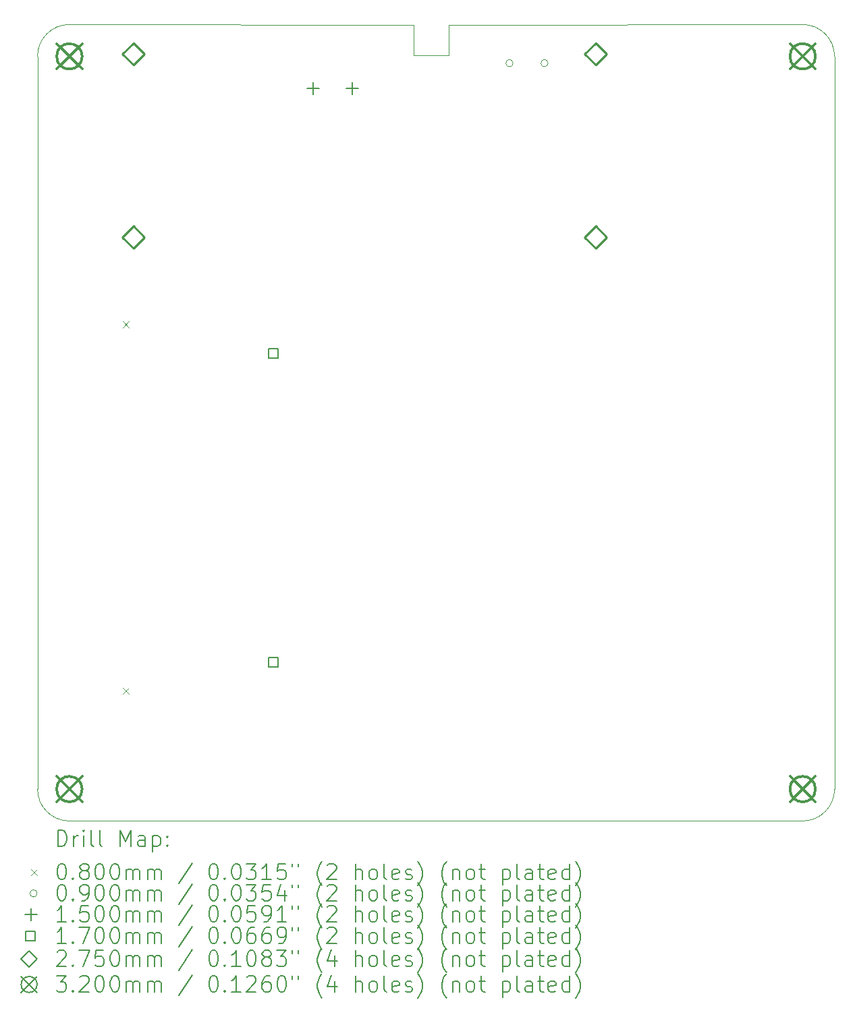
<source format=gbr>
%TF.GenerationSoftware,KiCad,Pcbnew,7.0.5*%
%TF.CreationDate,2023-12-17T09:41:52+13:00*%
%TF.ProjectId,CompactFlash,436f6d70-6163-4744-966c-6173682e6b69,2*%
%TF.SameCoordinates,Original*%
%TF.FileFunction,Drillmap*%
%TF.FilePolarity,Positive*%
%FSLAX45Y45*%
G04 Gerber Fmt 4.5, Leading zero omitted, Abs format (unit mm)*
G04 Created by KiCad (PCBNEW 7.0.5) date 2023-12-17 09:41:52*
%MOMM*%
%LPD*%
G01*
G04 APERTURE LIST*
%ADD10C,0.100000*%
%ADD11C,0.200000*%
%ADD12C,0.080000*%
%ADD13C,0.090000*%
%ADD14C,0.150000*%
%ADD15C,0.170000*%
%ADD16C,0.275000*%
%ADD17C,0.320000*%
G04 APERTURE END LIST*
D10*
X15276825Y-4712155D02*
X15276825Y-4331155D01*
X19715228Y-14328298D02*
G75*
G03*
X20115228Y-13928298I-8J400008D01*
G01*
X15276825Y-4331155D02*
X19715228Y-4328298D01*
X10515228Y-4328298D02*
X14832325Y-4331155D01*
X20115228Y-13928298D02*
X20115228Y-4728298D01*
X10515228Y-4328298D02*
G75*
G03*
X10115228Y-4728298I-3J-399997D01*
G01*
X10115228Y-4728298D02*
X10115228Y-13928298D01*
X10515228Y-14328298D02*
X19715228Y-14328298D01*
X14832325Y-4712155D02*
X15276825Y-4712155D01*
X20115222Y-4728298D02*
G75*
G03*
X19715228Y-4328298I-400002J-2D01*
G01*
X10115222Y-13928298D02*
G75*
G03*
X10515228Y-14328298I399998J-2D01*
G01*
X14832325Y-4331155D02*
X14832325Y-4712155D01*
D11*
D12*
X11184575Y-8055155D02*
X11264575Y-8135155D01*
X11264575Y-8055155D02*
X11184575Y-8135155D01*
X11184575Y-12655155D02*
X11264575Y-12735155D01*
X11264575Y-12655155D02*
X11184575Y-12735155D01*
D13*
X16081435Y-4813755D02*
G75*
G03*
X16081435Y-4813755I-45000J0D01*
G01*
X16521435Y-4813755D02*
G75*
G03*
X16521435Y-4813755I-45000J0D01*
G01*
D14*
X13571325Y-5054155D02*
X13571325Y-5204155D01*
X13496325Y-5129155D02*
X13646325Y-5129155D01*
X14061325Y-5054155D02*
X14061325Y-5204155D01*
X13986325Y-5129155D02*
X14136325Y-5129155D01*
D15*
X13134680Y-8518260D02*
X13134680Y-8398050D01*
X13014470Y-8398050D01*
X13014470Y-8518260D01*
X13134680Y-8518260D01*
X13134680Y-12392260D02*
X13134680Y-12272050D01*
X13014470Y-12272050D01*
X13014470Y-12392260D01*
X13134680Y-12392260D01*
D16*
X11318325Y-4835655D02*
X11455825Y-4698155D01*
X11318325Y-4560655D01*
X11180825Y-4698155D01*
X11318325Y-4835655D01*
X11318325Y-7135655D02*
X11455825Y-6998155D01*
X11318325Y-6860655D01*
X11180825Y-6998155D01*
X11318325Y-7135655D01*
X17118325Y-4835655D02*
X17255825Y-4698155D01*
X17118325Y-4560655D01*
X16980825Y-4698155D01*
X17118325Y-4835655D01*
X17118325Y-7135655D02*
X17255825Y-6998155D01*
X17118325Y-6860655D01*
X16980825Y-6998155D01*
X17118325Y-7135655D01*
D17*
X10355228Y-4568298D02*
X10675228Y-4888298D01*
X10675228Y-4568298D02*
X10355228Y-4888298D01*
X10675228Y-4728298D02*
G75*
G03*
X10675228Y-4728298I-160000J0D01*
G01*
X10355228Y-13768298D02*
X10675228Y-14088298D01*
X10675228Y-13768298D02*
X10355228Y-14088298D01*
X10675228Y-13928298D02*
G75*
G03*
X10675228Y-13928298I-160000J0D01*
G01*
X19555228Y-4568298D02*
X19875228Y-4888298D01*
X19875228Y-4568298D02*
X19555228Y-4888298D01*
X19875228Y-4728298D02*
G75*
G03*
X19875228Y-4728298I-160000J0D01*
G01*
X19555228Y-13768298D02*
X19875228Y-14088298D01*
X19875228Y-13768298D02*
X19555228Y-14088298D01*
X19875228Y-13928298D02*
G75*
G03*
X19875228Y-13928298I-160000J0D01*
G01*
D11*
X10370999Y-14644781D02*
X10370999Y-14444781D01*
X10370999Y-14444781D02*
X10418618Y-14444781D01*
X10418618Y-14444781D02*
X10447190Y-14454305D01*
X10447190Y-14454305D02*
X10466237Y-14473353D01*
X10466237Y-14473353D02*
X10475761Y-14492400D01*
X10475761Y-14492400D02*
X10485285Y-14530496D01*
X10485285Y-14530496D02*
X10485285Y-14559067D01*
X10485285Y-14559067D02*
X10475761Y-14597162D01*
X10475761Y-14597162D02*
X10466237Y-14616210D01*
X10466237Y-14616210D02*
X10447190Y-14635258D01*
X10447190Y-14635258D02*
X10418618Y-14644781D01*
X10418618Y-14644781D02*
X10370999Y-14644781D01*
X10570999Y-14644781D02*
X10570999Y-14511448D01*
X10570999Y-14549543D02*
X10580523Y-14530496D01*
X10580523Y-14530496D02*
X10590047Y-14520972D01*
X10590047Y-14520972D02*
X10609094Y-14511448D01*
X10609094Y-14511448D02*
X10628142Y-14511448D01*
X10694809Y-14644781D02*
X10694809Y-14511448D01*
X10694809Y-14444781D02*
X10685285Y-14454305D01*
X10685285Y-14454305D02*
X10694809Y-14463829D01*
X10694809Y-14463829D02*
X10704333Y-14454305D01*
X10704333Y-14454305D02*
X10694809Y-14444781D01*
X10694809Y-14444781D02*
X10694809Y-14463829D01*
X10818618Y-14644781D02*
X10799571Y-14635258D01*
X10799571Y-14635258D02*
X10790047Y-14616210D01*
X10790047Y-14616210D02*
X10790047Y-14444781D01*
X10923380Y-14644781D02*
X10904333Y-14635258D01*
X10904333Y-14635258D02*
X10894809Y-14616210D01*
X10894809Y-14616210D02*
X10894809Y-14444781D01*
X11151952Y-14644781D02*
X11151952Y-14444781D01*
X11151952Y-14444781D02*
X11218618Y-14587638D01*
X11218618Y-14587638D02*
X11285285Y-14444781D01*
X11285285Y-14444781D02*
X11285285Y-14644781D01*
X11466237Y-14644781D02*
X11466237Y-14540019D01*
X11466237Y-14540019D02*
X11456713Y-14520972D01*
X11456713Y-14520972D02*
X11437666Y-14511448D01*
X11437666Y-14511448D02*
X11399571Y-14511448D01*
X11399571Y-14511448D02*
X11380523Y-14520972D01*
X11466237Y-14635258D02*
X11447190Y-14644781D01*
X11447190Y-14644781D02*
X11399571Y-14644781D01*
X11399571Y-14644781D02*
X11380523Y-14635258D01*
X11380523Y-14635258D02*
X11370999Y-14616210D01*
X11370999Y-14616210D02*
X11370999Y-14597162D01*
X11370999Y-14597162D02*
X11380523Y-14578115D01*
X11380523Y-14578115D02*
X11399571Y-14568591D01*
X11399571Y-14568591D02*
X11447190Y-14568591D01*
X11447190Y-14568591D02*
X11466237Y-14559067D01*
X11561475Y-14511448D02*
X11561475Y-14711448D01*
X11561475Y-14520972D02*
X11580523Y-14511448D01*
X11580523Y-14511448D02*
X11618618Y-14511448D01*
X11618618Y-14511448D02*
X11637666Y-14520972D01*
X11637666Y-14520972D02*
X11647190Y-14530496D01*
X11647190Y-14530496D02*
X11656713Y-14549543D01*
X11656713Y-14549543D02*
X11656713Y-14606686D01*
X11656713Y-14606686D02*
X11647190Y-14625734D01*
X11647190Y-14625734D02*
X11637666Y-14635258D01*
X11637666Y-14635258D02*
X11618618Y-14644781D01*
X11618618Y-14644781D02*
X11580523Y-14644781D01*
X11580523Y-14644781D02*
X11561475Y-14635258D01*
X11742428Y-14625734D02*
X11751952Y-14635258D01*
X11751952Y-14635258D02*
X11742428Y-14644781D01*
X11742428Y-14644781D02*
X11732904Y-14635258D01*
X11732904Y-14635258D02*
X11742428Y-14625734D01*
X11742428Y-14625734D02*
X11742428Y-14644781D01*
X11742428Y-14520972D02*
X11751952Y-14530496D01*
X11751952Y-14530496D02*
X11742428Y-14540019D01*
X11742428Y-14540019D02*
X11732904Y-14530496D01*
X11732904Y-14530496D02*
X11742428Y-14520972D01*
X11742428Y-14520972D02*
X11742428Y-14540019D01*
D12*
X10030222Y-14933298D02*
X10110222Y-15013298D01*
X10110222Y-14933298D02*
X10030222Y-15013298D01*
D11*
X10409094Y-14864781D02*
X10428142Y-14864781D01*
X10428142Y-14864781D02*
X10447190Y-14874305D01*
X10447190Y-14874305D02*
X10456714Y-14883829D01*
X10456714Y-14883829D02*
X10466237Y-14902877D01*
X10466237Y-14902877D02*
X10475761Y-14940972D01*
X10475761Y-14940972D02*
X10475761Y-14988591D01*
X10475761Y-14988591D02*
X10466237Y-15026686D01*
X10466237Y-15026686D02*
X10456714Y-15045734D01*
X10456714Y-15045734D02*
X10447190Y-15055258D01*
X10447190Y-15055258D02*
X10428142Y-15064781D01*
X10428142Y-15064781D02*
X10409094Y-15064781D01*
X10409094Y-15064781D02*
X10390047Y-15055258D01*
X10390047Y-15055258D02*
X10380523Y-15045734D01*
X10380523Y-15045734D02*
X10370999Y-15026686D01*
X10370999Y-15026686D02*
X10361475Y-14988591D01*
X10361475Y-14988591D02*
X10361475Y-14940972D01*
X10361475Y-14940972D02*
X10370999Y-14902877D01*
X10370999Y-14902877D02*
X10380523Y-14883829D01*
X10380523Y-14883829D02*
X10390047Y-14874305D01*
X10390047Y-14874305D02*
X10409094Y-14864781D01*
X10561475Y-15045734D02*
X10570999Y-15055258D01*
X10570999Y-15055258D02*
X10561475Y-15064781D01*
X10561475Y-15064781D02*
X10551952Y-15055258D01*
X10551952Y-15055258D02*
X10561475Y-15045734D01*
X10561475Y-15045734D02*
X10561475Y-15064781D01*
X10685285Y-14950496D02*
X10666237Y-14940972D01*
X10666237Y-14940972D02*
X10656714Y-14931448D01*
X10656714Y-14931448D02*
X10647190Y-14912400D01*
X10647190Y-14912400D02*
X10647190Y-14902877D01*
X10647190Y-14902877D02*
X10656714Y-14883829D01*
X10656714Y-14883829D02*
X10666237Y-14874305D01*
X10666237Y-14874305D02*
X10685285Y-14864781D01*
X10685285Y-14864781D02*
X10723380Y-14864781D01*
X10723380Y-14864781D02*
X10742428Y-14874305D01*
X10742428Y-14874305D02*
X10751952Y-14883829D01*
X10751952Y-14883829D02*
X10761475Y-14902877D01*
X10761475Y-14902877D02*
X10761475Y-14912400D01*
X10761475Y-14912400D02*
X10751952Y-14931448D01*
X10751952Y-14931448D02*
X10742428Y-14940972D01*
X10742428Y-14940972D02*
X10723380Y-14950496D01*
X10723380Y-14950496D02*
X10685285Y-14950496D01*
X10685285Y-14950496D02*
X10666237Y-14960019D01*
X10666237Y-14960019D02*
X10656714Y-14969543D01*
X10656714Y-14969543D02*
X10647190Y-14988591D01*
X10647190Y-14988591D02*
X10647190Y-15026686D01*
X10647190Y-15026686D02*
X10656714Y-15045734D01*
X10656714Y-15045734D02*
X10666237Y-15055258D01*
X10666237Y-15055258D02*
X10685285Y-15064781D01*
X10685285Y-15064781D02*
X10723380Y-15064781D01*
X10723380Y-15064781D02*
X10742428Y-15055258D01*
X10742428Y-15055258D02*
X10751952Y-15045734D01*
X10751952Y-15045734D02*
X10761475Y-15026686D01*
X10761475Y-15026686D02*
X10761475Y-14988591D01*
X10761475Y-14988591D02*
X10751952Y-14969543D01*
X10751952Y-14969543D02*
X10742428Y-14960019D01*
X10742428Y-14960019D02*
X10723380Y-14950496D01*
X10885285Y-14864781D02*
X10904333Y-14864781D01*
X10904333Y-14864781D02*
X10923380Y-14874305D01*
X10923380Y-14874305D02*
X10932904Y-14883829D01*
X10932904Y-14883829D02*
X10942428Y-14902877D01*
X10942428Y-14902877D02*
X10951952Y-14940972D01*
X10951952Y-14940972D02*
X10951952Y-14988591D01*
X10951952Y-14988591D02*
X10942428Y-15026686D01*
X10942428Y-15026686D02*
X10932904Y-15045734D01*
X10932904Y-15045734D02*
X10923380Y-15055258D01*
X10923380Y-15055258D02*
X10904333Y-15064781D01*
X10904333Y-15064781D02*
X10885285Y-15064781D01*
X10885285Y-15064781D02*
X10866237Y-15055258D01*
X10866237Y-15055258D02*
X10856714Y-15045734D01*
X10856714Y-15045734D02*
X10847190Y-15026686D01*
X10847190Y-15026686D02*
X10837666Y-14988591D01*
X10837666Y-14988591D02*
X10837666Y-14940972D01*
X10837666Y-14940972D02*
X10847190Y-14902877D01*
X10847190Y-14902877D02*
X10856714Y-14883829D01*
X10856714Y-14883829D02*
X10866237Y-14874305D01*
X10866237Y-14874305D02*
X10885285Y-14864781D01*
X11075761Y-14864781D02*
X11094809Y-14864781D01*
X11094809Y-14864781D02*
X11113856Y-14874305D01*
X11113856Y-14874305D02*
X11123380Y-14883829D01*
X11123380Y-14883829D02*
X11132904Y-14902877D01*
X11132904Y-14902877D02*
X11142428Y-14940972D01*
X11142428Y-14940972D02*
X11142428Y-14988591D01*
X11142428Y-14988591D02*
X11132904Y-15026686D01*
X11132904Y-15026686D02*
X11123380Y-15045734D01*
X11123380Y-15045734D02*
X11113856Y-15055258D01*
X11113856Y-15055258D02*
X11094809Y-15064781D01*
X11094809Y-15064781D02*
X11075761Y-15064781D01*
X11075761Y-15064781D02*
X11056714Y-15055258D01*
X11056714Y-15055258D02*
X11047190Y-15045734D01*
X11047190Y-15045734D02*
X11037666Y-15026686D01*
X11037666Y-15026686D02*
X11028142Y-14988591D01*
X11028142Y-14988591D02*
X11028142Y-14940972D01*
X11028142Y-14940972D02*
X11037666Y-14902877D01*
X11037666Y-14902877D02*
X11047190Y-14883829D01*
X11047190Y-14883829D02*
X11056714Y-14874305D01*
X11056714Y-14874305D02*
X11075761Y-14864781D01*
X11228142Y-15064781D02*
X11228142Y-14931448D01*
X11228142Y-14950496D02*
X11237666Y-14940972D01*
X11237666Y-14940972D02*
X11256713Y-14931448D01*
X11256713Y-14931448D02*
X11285285Y-14931448D01*
X11285285Y-14931448D02*
X11304333Y-14940972D01*
X11304333Y-14940972D02*
X11313856Y-14960019D01*
X11313856Y-14960019D02*
X11313856Y-15064781D01*
X11313856Y-14960019D02*
X11323380Y-14940972D01*
X11323380Y-14940972D02*
X11342428Y-14931448D01*
X11342428Y-14931448D02*
X11370999Y-14931448D01*
X11370999Y-14931448D02*
X11390047Y-14940972D01*
X11390047Y-14940972D02*
X11399571Y-14960019D01*
X11399571Y-14960019D02*
X11399571Y-15064781D01*
X11494809Y-15064781D02*
X11494809Y-14931448D01*
X11494809Y-14950496D02*
X11504333Y-14940972D01*
X11504333Y-14940972D02*
X11523380Y-14931448D01*
X11523380Y-14931448D02*
X11551952Y-14931448D01*
X11551952Y-14931448D02*
X11570999Y-14940972D01*
X11570999Y-14940972D02*
X11580523Y-14960019D01*
X11580523Y-14960019D02*
X11580523Y-15064781D01*
X11580523Y-14960019D02*
X11590047Y-14940972D01*
X11590047Y-14940972D02*
X11609094Y-14931448D01*
X11609094Y-14931448D02*
X11637666Y-14931448D01*
X11637666Y-14931448D02*
X11656714Y-14940972D01*
X11656714Y-14940972D02*
X11666237Y-14960019D01*
X11666237Y-14960019D02*
X11666237Y-15064781D01*
X12056714Y-14855258D02*
X11885285Y-15112400D01*
X12313856Y-14864781D02*
X12332904Y-14864781D01*
X12332904Y-14864781D02*
X12351952Y-14874305D01*
X12351952Y-14874305D02*
X12361476Y-14883829D01*
X12361476Y-14883829D02*
X12370999Y-14902877D01*
X12370999Y-14902877D02*
X12380523Y-14940972D01*
X12380523Y-14940972D02*
X12380523Y-14988591D01*
X12380523Y-14988591D02*
X12370999Y-15026686D01*
X12370999Y-15026686D02*
X12361476Y-15045734D01*
X12361476Y-15045734D02*
X12351952Y-15055258D01*
X12351952Y-15055258D02*
X12332904Y-15064781D01*
X12332904Y-15064781D02*
X12313856Y-15064781D01*
X12313856Y-15064781D02*
X12294809Y-15055258D01*
X12294809Y-15055258D02*
X12285285Y-15045734D01*
X12285285Y-15045734D02*
X12275761Y-15026686D01*
X12275761Y-15026686D02*
X12266237Y-14988591D01*
X12266237Y-14988591D02*
X12266237Y-14940972D01*
X12266237Y-14940972D02*
X12275761Y-14902877D01*
X12275761Y-14902877D02*
X12285285Y-14883829D01*
X12285285Y-14883829D02*
X12294809Y-14874305D01*
X12294809Y-14874305D02*
X12313856Y-14864781D01*
X12466237Y-15045734D02*
X12475761Y-15055258D01*
X12475761Y-15055258D02*
X12466237Y-15064781D01*
X12466237Y-15064781D02*
X12456714Y-15055258D01*
X12456714Y-15055258D02*
X12466237Y-15045734D01*
X12466237Y-15045734D02*
X12466237Y-15064781D01*
X12599571Y-14864781D02*
X12618618Y-14864781D01*
X12618618Y-14864781D02*
X12637666Y-14874305D01*
X12637666Y-14874305D02*
X12647190Y-14883829D01*
X12647190Y-14883829D02*
X12656714Y-14902877D01*
X12656714Y-14902877D02*
X12666237Y-14940972D01*
X12666237Y-14940972D02*
X12666237Y-14988591D01*
X12666237Y-14988591D02*
X12656714Y-15026686D01*
X12656714Y-15026686D02*
X12647190Y-15045734D01*
X12647190Y-15045734D02*
X12637666Y-15055258D01*
X12637666Y-15055258D02*
X12618618Y-15064781D01*
X12618618Y-15064781D02*
X12599571Y-15064781D01*
X12599571Y-15064781D02*
X12580523Y-15055258D01*
X12580523Y-15055258D02*
X12570999Y-15045734D01*
X12570999Y-15045734D02*
X12561476Y-15026686D01*
X12561476Y-15026686D02*
X12551952Y-14988591D01*
X12551952Y-14988591D02*
X12551952Y-14940972D01*
X12551952Y-14940972D02*
X12561476Y-14902877D01*
X12561476Y-14902877D02*
X12570999Y-14883829D01*
X12570999Y-14883829D02*
X12580523Y-14874305D01*
X12580523Y-14874305D02*
X12599571Y-14864781D01*
X12732904Y-14864781D02*
X12856714Y-14864781D01*
X12856714Y-14864781D02*
X12790047Y-14940972D01*
X12790047Y-14940972D02*
X12818618Y-14940972D01*
X12818618Y-14940972D02*
X12837666Y-14950496D01*
X12837666Y-14950496D02*
X12847190Y-14960019D01*
X12847190Y-14960019D02*
X12856714Y-14979067D01*
X12856714Y-14979067D02*
X12856714Y-15026686D01*
X12856714Y-15026686D02*
X12847190Y-15045734D01*
X12847190Y-15045734D02*
X12837666Y-15055258D01*
X12837666Y-15055258D02*
X12818618Y-15064781D01*
X12818618Y-15064781D02*
X12761476Y-15064781D01*
X12761476Y-15064781D02*
X12742428Y-15055258D01*
X12742428Y-15055258D02*
X12732904Y-15045734D01*
X13047190Y-15064781D02*
X12932904Y-15064781D01*
X12990047Y-15064781D02*
X12990047Y-14864781D01*
X12990047Y-14864781D02*
X12970999Y-14893353D01*
X12970999Y-14893353D02*
X12951952Y-14912400D01*
X12951952Y-14912400D02*
X12932904Y-14921924D01*
X13228142Y-14864781D02*
X13132904Y-14864781D01*
X13132904Y-14864781D02*
X13123380Y-14960019D01*
X13123380Y-14960019D02*
X13132904Y-14950496D01*
X13132904Y-14950496D02*
X13151952Y-14940972D01*
X13151952Y-14940972D02*
X13199571Y-14940972D01*
X13199571Y-14940972D02*
X13218618Y-14950496D01*
X13218618Y-14950496D02*
X13228142Y-14960019D01*
X13228142Y-14960019D02*
X13237666Y-14979067D01*
X13237666Y-14979067D02*
X13237666Y-15026686D01*
X13237666Y-15026686D02*
X13228142Y-15045734D01*
X13228142Y-15045734D02*
X13218618Y-15055258D01*
X13218618Y-15055258D02*
X13199571Y-15064781D01*
X13199571Y-15064781D02*
X13151952Y-15064781D01*
X13151952Y-15064781D02*
X13132904Y-15055258D01*
X13132904Y-15055258D02*
X13123380Y-15045734D01*
X13313857Y-14864781D02*
X13313857Y-14902877D01*
X13390047Y-14864781D02*
X13390047Y-14902877D01*
X13685285Y-15140972D02*
X13675761Y-15131448D01*
X13675761Y-15131448D02*
X13656714Y-15102877D01*
X13656714Y-15102877D02*
X13647190Y-15083829D01*
X13647190Y-15083829D02*
X13637666Y-15055258D01*
X13637666Y-15055258D02*
X13628142Y-15007638D01*
X13628142Y-15007638D02*
X13628142Y-14969543D01*
X13628142Y-14969543D02*
X13637666Y-14921924D01*
X13637666Y-14921924D02*
X13647190Y-14893353D01*
X13647190Y-14893353D02*
X13656714Y-14874305D01*
X13656714Y-14874305D02*
X13675761Y-14845734D01*
X13675761Y-14845734D02*
X13685285Y-14836210D01*
X13751952Y-14883829D02*
X13761476Y-14874305D01*
X13761476Y-14874305D02*
X13780523Y-14864781D01*
X13780523Y-14864781D02*
X13828142Y-14864781D01*
X13828142Y-14864781D02*
X13847190Y-14874305D01*
X13847190Y-14874305D02*
X13856714Y-14883829D01*
X13856714Y-14883829D02*
X13866238Y-14902877D01*
X13866238Y-14902877D02*
X13866238Y-14921924D01*
X13866238Y-14921924D02*
X13856714Y-14950496D01*
X13856714Y-14950496D02*
X13742428Y-15064781D01*
X13742428Y-15064781D02*
X13866238Y-15064781D01*
X14104333Y-15064781D02*
X14104333Y-14864781D01*
X14190047Y-15064781D02*
X14190047Y-14960019D01*
X14190047Y-14960019D02*
X14180523Y-14940972D01*
X14180523Y-14940972D02*
X14161476Y-14931448D01*
X14161476Y-14931448D02*
X14132904Y-14931448D01*
X14132904Y-14931448D02*
X14113857Y-14940972D01*
X14113857Y-14940972D02*
X14104333Y-14950496D01*
X14313857Y-15064781D02*
X14294809Y-15055258D01*
X14294809Y-15055258D02*
X14285285Y-15045734D01*
X14285285Y-15045734D02*
X14275761Y-15026686D01*
X14275761Y-15026686D02*
X14275761Y-14969543D01*
X14275761Y-14969543D02*
X14285285Y-14950496D01*
X14285285Y-14950496D02*
X14294809Y-14940972D01*
X14294809Y-14940972D02*
X14313857Y-14931448D01*
X14313857Y-14931448D02*
X14342428Y-14931448D01*
X14342428Y-14931448D02*
X14361476Y-14940972D01*
X14361476Y-14940972D02*
X14371000Y-14950496D01*
X14371000Y-14950496D02*
X14380523Y-14969543D01*
X14380523Y-14969543D02*
X14380523Y-15026686D01*
X14380523Y-15026686D02*
X14371000Y-15045734D01*
X14371000Y-15045734D02*
X14361476Y-15055258D01*
X14361476Y-15055258D02*
X14342428Y-15064781D01*
X14342428Y-15064781D02*
X14313857Y-15064781D01*
X14494809Y-15064781D02*
X14475761Y-15055258D01*
X14475761Y-15055258D02*
X14466238Y-15036210D01*
X14466238Y-15036210D02*
X14466238Y-14864781D01*
X14647190Y-15055258D02*
X14628142Y-15064781D01*
X14628142Y-15064781D02*
X14590047Y-15064781D01*
X14590047Y-15064781D02*
X14571000Y-15055258D01*
X14571000Y-15055258D02*
X14561476Y-15036210D01*
X14561476Y-15036210D02*
X14561476Y-14960019D01*
X14561476Y-14960019D02*
X14571000Y-14940972D01*
X14571000Y-14940972D02*
X14590047Y-14931448D01*
X14590047Y-14931448D02*
X14628142Y-14931448D01*
X14628142Y-14931448D02*
X14647190Y-14940972D01*
X14647190Y-14940972D02*
X14656714Y-14960019D01*
X14656714Y-14960019D02*
X14656714Y-14979067D01*
X14656714Y-14979067D02*
X14561476Y-14998115D01*
X14732904Y-15055258D02*
X14751952Y-15064781D01*
X14751952Y-15064781D02*
X14790047Y-15064781D01*
X14790047Y-15064781D02*
X14809095Y-15055258D01*
X14809095Y-15055258D02*
X14818619Y-15036210D01*
X14818619Y-15036210D02*
X14818619Y-15026686D01*
X14818619Y-15026686D02*
X14809095Y-15007638D01*
X14809095Y-15007638D02*
X14790047Y-14998115D01*
X14790047Y-14998115D02*
X14761476Y-14998115D01*
X14761476Y-14998115D02*
X14742428Y-14988591D01*
X14742428Y-14988591D02*
X14732904Y-14969543D01*
X14732904Y-14969543D02*
X14732904Y-14960019D01*
X14732904Y-14960019D02*
X14742428Y-14940972D01*
X14742428Y-14940972D02*
X14761476Y-14931448D01*
X14761476Y-14931448D02*
X14790047Y-14931448D01*
X14790047Y-14931448D02*
X14809095Y-14940972D01*
X14885285Y-15140972D02*
X14894809Y-15131448D01*
X14894809Y-15131448D02*
X14913857Y-15102877D01*
X14913857Y-15102877D02*
X14923381Y-15083829D01*
X14923381Y-15083829D02*
X14932904Y-15055258D01*
X14932904Y-15055258D02*
X14942428Y-15007638D01*
X14942428Y-15007638D02*
X14942428Y-14969543D01*
X14942428Y-14969543D02*
X14932904Y-14921924D01*
X14932904Y-14921924D02*
X14923381Y-14893353D01*
X14923381Y-14893353D02*
X14913857Y-14874305D01*
X14913857Y-14874305D02*
X14894809Y-14845734D01*
X14894809Y-14845734D02*
X14885285Y-14836210D01*
X15247190Y-15140972D02*
X15237666Y-15131448D01*
X15237666Y-15131448D02*
X15218619Y-15102877D01*
X15218619Y-15102877D02*
X15209095Y-15083829D01*
X15209095Y-15083829D02*
X15199571Y-15055258D01*
X15199571Y-15055258D02*
X15190047Y-15007638D01*
X15190047Y-15007638D02*
X15190047Y-14969543D01*
X15190047Y-14969543D02*
X15199571Y-14921924D01*
X15199571Y-14921924D02*
X15209095Y-14893353D01*
X15209095Y-14893353D02*
X15218619Y-14874305D01*
X15218619Y-14874305D02*
X15237666Y-14845734D01*
X15237666Y-14845734D02*
X15247190Y-14836210D01*
X15323381Y-14931448D02*
X15323381Y-15064781D01*
X15323381Y-14950496D02*
X15332904Y-14940972D01*
X15332904Y-14940972D02*
X15351952Y-14931448D01*
X15351952Y-14931448D02*
X15380523Y-14931448D01*
X15380523Y-14931448D02*
X15399571Y-14940972D01*
X15399571Y-14940972D02*
X15409095Y-14960019D01*
X15409095Y-14960019D02*
X15409095Y-15064781D01*
X15532904Y-15064781D02*
X15513857Y-15055258D01*
X15513857Y-15055258D02*
X15504333Y-15045734D01*
X15504333Y-15045734D02*
X15494809Y-15026686D01*
X15494809Y-15026686D02*
X15494809Y-14969543D01*
X15494809Y-14969543D02*
X15504333Y-14950496D01*
X15504333Y-14950496D02*
X15513857Y-14940972D01*
X15513857Y-14940972D02*
X15532904Y-14931448D01*
X15532904Y-14931448D02*
X15561476Y-14931448D01*
X15561476Y-14931448D02*
X15580523Y-14940972D01*
X15580523Y-14940972D02*
X15590047Y-14950496D01*
X15590047Y-14950496D02*
X15599571Y-14969543D01*
X15599571Y-14969543D02*
X15599571Y-15026686D01*
X15599571Y-15026686D02*
X15590047Y-15045734D01*
X15590047Y-15045734D02*
X15580523Y-15055258D01*
X15580523Y-15055258D02*
X15561476Y-15064781D01*
X15561476Y-15064781D02*
X15532904Y-15064781D01*
X15656714Y-14931448D02*
X15732904Y-14931448D01*
X15685285Y-14864781D02*
X15685285Y-15036210D01*
X15685285Y-15036210D02*
X15694809Y-15055258D01*
X15694809Y-15055258D02*
X15713857Y-15064781D01*
X15713857Y-15064781D02*
X15732904Y-15064781D01*
X15951952Y-14931448D02*
X15951952Y-15131448D01*
X15951952Y-14940972D02*
X15971000Y-14931448D01*
X15971000Y-14931448D02*
X16009095Y-14931448D01*
X16009095Y-14931448D02*
X16028143Y-14940972D01*
X16028143Y-14940972D02*
X16037666Y-14950496D01*
X16037666Y-14950496D02*
X16047190Y-14969543D01*
X16047190Y-14969543D02*
X16047190Y-15026686D01*
X16047190Y-15026686D02*
X16037666Y-15045734D01*
X16037666Y-15045734D02*
X16028143Y-15055258D01*
X16028143Y-15055258D02*
X16009095Y-15064781D01*
X16009095Y-15064781D02*
X15971000Y-15064781D01*
X15971000Y-15064781D02*
X15951952Y-15055258D01*
X16161476Y-15064781D02*
X16142428Y-15055258D01*
X16142428Y-15055258D02*
X16132904Y-15036210D01*
X16132904Y-15036210D02*
X16132904Y-14864781D01*
X16323381Y-15064781D02*
X16323381Y-14960019D01*
X16323381Y-14960019D02*
X16313857Y-14940972D01*
X16313857Y-14940972D02*
X16294809Y-14931448D01*
X16294809Y-14931448D02*
X16256714Y-14931448D01*
X16256714Y-14931448D02*
X16237666Y-14940972D01*
X16323381Y-15055258D02*
X16304333Y-15064781D01*
X16304333Y-15064781D02*
X16256714Y-15064781D01*
X16256714Y-15064781D02*
X16237666Y-15055258D01*
X16237666Y-15055258D02*
X16228143Y-15036210D01*
X16228143Y-15036210D02*
X16228143Y-15017162D01*
X16228143Y-15017162D02*
X16237666Y-14998115D01*
X16237666Y-14998115D02*
X16256714Y-14988591D01*
X16256714Y-14988591D02*
X16304333Y-14988591D01*
X16304333Y-14988591D02*
X16323381Y-14979067D01*
X16390047Y-14931448D02*
X16466238Y-14931448D01*
X16418619Y-14864781D02*
X16418619Y-15036210D01*
X16418619Y-15036210D02*
X16428143Y-15055258D01*
X16428143Y-15055258D02*
X16447190Y-15064781D01*
X16447190Y-15064781D02*
X16466238Y-15064781D01*
X16609095Y-15055258D02*
X16590047Y-15064781D01*
X16590047Y-15064781D02*
X16551952Y-15064781D01*
X16551952Y-15064781D02*
X16532904Y-15055258D01*
X16532904Y-15055258D02*
X16523381Y-15036210D01*
X16523381Y-15036210D02*
X16523381Y-14960019D01*
X16523381Y-14960019D02*
X16532904Y-14940972D01*
X16532904Y-14940972D02*
X16551952Y-14931448D01*
X16551952Y-14931448D02*
X16590047Y-14931448D01*
X16590047Y-14931448D02*
X16609095Y-14940972D01*
X16609095Y-14940972D02*
X16618619Y-14960019D01*
X16618619Y-14960019D02*
X16618619Y-14979067D01*
X16618619Y-14979067D02*
X16523381Y-14998115D01*
X16790047Y-15064781D02*
X16790047Y-14864781D01*
X16790047Y-15055258D02*
X16771000Y-15064781D01*
X16771000Y-15064781D02*
X16732904Y-15064781D01*
X16732904Y-15064781D02*
X16713857Y-15055258D01*
X16713857Y-15055258D02*
X16704333Y-15045734D01*
X16704333Y-15045734D02*
X16694809Y-15026686D01*
X16694809Y-15026686D02*
X16694809Y-14969543D01*
X16694809Y-14969543D02*
X16704333Y-14950496D01*
X16704333Y-14950496D02*
X16713857Y-14940972D01*
X16713857Y-14940972D02*
X16732904Y-14931448D01*
X16732904Y-14931448D02*
X16771000Y-14931448D01*
X16771000Y-14931448D02*
X16790047Y-14940972D01*
X16866238Y-15140972D02*
X16875762Y-15131448D01*
X16875762Y-15131448D02*
X16894809Y-15102877D01*
X16894809Y-15102877D02*
X16904333Y-15083829D01*
X16904333Y-15083829D02*
X16913857Y-15055258D01*
X16913857Y-15055258D02*
X16923381Y-15007638D01*
X16923381Y-15007638D02*
X16923381Y-14969543D01*
X16923381Y-14969543D02*
X16913857Y-14921924D01*
X16913857Y-14921924D02*
X16904333Y-14893353D01*
X16904333Y-14893353D02*
X16894809Y-14874305D01*
X16894809Y-14874305D02*
X16875762Y-14845734D01*
X16875762Y-14845734D02*
X16866238Y-14836210D01*
D13*
X10110222Y-15237298D02*
G75*
G03*
X10110222Y-15237298I-45000J0D01*
G01*
D11*
X10409094Y-15128781D02*
X10428142Y-15128781D01*
X10428142Y-15128781D02*
X10447190Y-15138305D01*
X10447190Y-15138305D02*
X10456714Y-15147829D01*
X10456714Y-15147829D02*
X10466237Y-15166877D01*
X10466237Y-15166877D02*
X10475761Y-15204972D01*
X10475761Y-15204972D02*
X10475761Y-15252591D01*
X10475761Y-15252591D02*
X10466237Y-15290686D01*
X10466237Y-15290686D02*
X10456714Y-15309734D01*
X10456714Y-15309734D02*
X10447190Y-15319258D01*
X10447190Y-15319258D02*
X10428142Y-15328781D01*
X10428142Y-15328781D02*
X10409094Y-15328781D01*
X10409094Y-15328781D02*
X10390047Y-15319258D01*
X10390047Y-15319258D02*
X10380523Y-15309734D01*
X10380523Y-15309734D02*
X10370999Y-15290686D01*
X10370999Y-15290686D02*
X10361475Y-15252591D01*
X10361475Y-15252591D02*
X10361475Y-15204972D01*
X10361475Y-15204972D02*
X10370999Y-15166877D01*
X10370999Y-15166877D02*
X10380523Y-15147829D01*
X10380523Y-15147829D02*
X10390047Y-15138305D01*
X10390047Y-15138305D02*
X10409094Y-15128781D01*
X10561475Y-15309734D02*
X10570999Y-15319258D01*
X10570999Y-15319258D02*
X10561475Y-15328781D01*
X10561475Y-15328781D02*
X10551952Y-15319258D01*
X10551952Y-15319258D02*
X10561475Y-15309734D01*
X10561475Y-15309734D02*
X10561475Y-15328781D01*
X10666237Y-15328781D02*
X10704333Y-15328781D01*
X10704333Y-15328781D02*
X10723380Y-15319258D01*
X10723380Y-15319258D02*
X10732904Y-15309734D01*
X10732904Y-15309734D02*
X10751952Y-15281162D01*
X10751952Y-15281162D02*
X10761475Y-15243067D01*
X10761475Y-15243067D02*
X10761475Y-15166877D01*
X10761475Y-15166877D02*
X10751952Y-15147829D01*
X10751952Y-15147829D02*
X10742428Y-15138305D01*
X10742428Y-15138305D02*
X10723380Y-15128781D01*
X10723380Y-15128781D02*
X10685285Y-15128781D01*
X10685285Y-15128781D02*
X10666237Y-15138305D01*
X10666237Y-15138305D02*
X10656714Y-15147829D01*
X10656714Y-15147829D02*
X10647190Y-15166877D01*
X10647190Y-15166877D02*
X10647190Y-15214496D01*
X10647190Y-15214496D02*
X10656714Y-15233543D01*
X10656714Y-15233543D02*
X10666237Y-15243067D01*
X10666237Y-15243067D02*
X10685285Y-15252591D01*
X10685285Y-15252591D02*
X10723380Y-15252591D01*
X10723380Y-15252591D02*
X10742428Y-15243067D01*
X10742428Y-15243067D02*
X10751952Y-15233543D01*
X10751952Y-15233543D02*
X10761475Y-15214496D01*
X10885285Y-15128781D02*
X10904333Y-15128781D01*
X10904333Y-15128781D02*
X10923380Y-15138305D01*
X10923380Y-15138305D02*
X10932904Y-15147829D01*
X10932904Y-15147829D02*
X10942428Y-15166877D01*
X10942428Y-15166877D02*
X10951952Y-15204972D01*
X10951952Y-15204972D02*
X10951952Y-15252591D01*
X10951952Y-15252591D02*
X10942428Y-15290686D01*
X10942428Y-15290686D02*
X10932904Y-15309734D01*
X10932904Y-15309734D02*
X10923380Y-15319258D01*
X10923380Y-15319258D02*
X10904333Y-15328781D01*
X10904333Y-15328781D02*
X10885285Y-15328781D01*
X10885285Y-15328781D02*
X10866237Y-15319258D01*
X10866237Y-15319258D02*
X10856714Y-15309734D01*
X10856714Y-15309734D02*
X10847190Y-15290686D01*
X10847190Y-15290686D02*
X10837666Y-15252591D01*
X10837666Y-15252591D02*
X10837666Y-15204972D01*
X10837666Y-15204972D02*
X10847190Y-15166877D01*
X10847190Y-15166877D02*
X10856714Y-15147829D01*
X10856714Y-15147829D02*
X10866237Y-15138305D01*
X10866237Y-15138305D02*
X10885285Y-15128781D01*
X11075761Y-15128781D02*
X11094809Y-15128781D01*
X11094809Y-15128781D02*
X11113856Y-15138305D01*
X11113856Y-15138305D02*
X11123380Y-15147829D01*
X11123380Y-15147829D02*
X11132904Y-15166877D01*
X11132904Y-15166877D02*
X11142428Y-15204972D01*
X11142428Y-15204972D02*
X11142428Y-15252591D01*
X11142428Y-15252591D02*
X11132904Y-15290686D01*
X11132904Y-15290686D02*
X11123380Y-15309734D01*
X11123380Y-15309734D02*
X11113856Y-15319258D01*
X11113856Y-15319258D02*
X11094809Y-15328781D01*
X11094809Y-15328781D02*
X11075761Y-15328781D01*
X11075761Y-15328781D02*
X11056714Y-15319258D01*
X11056714Y-15319258D02*
X11047190Y-15309734D01*
X11047190Y-15309734D02*
X11037666Y-15290686D01*
X11037666Y-15290686D02*
X11028142Y-15252591D01*
X11028142Y-15252591D02*
X11028142Y-15204972D01*
X11028142Y-15204972D02*
X11037666Y-15166877D01*
X11037666Y-15166877D02*
X11047190Y-15147829D01*
X11047190Y-15147829D02*
X11056714Y-15138305D01*
X11056714Y-15138305D02*
X11075761Y-15128781D01*
X11228142Y-15328781D02*
X11228142Y-15195448D01*
X11228142Y-15214496D02*
X11237666Y-15204972D01*
X11237666Y-15204972D02*
X11256713Y-15195448D01*
X11256713Y-15195448D02*
X11285285Y-15195448D01*
X11285285Y-15195448D02*
X11304333Y-15204972D01*
X11304333Y-15204972D02*
X11313856Y-15224019D01*
X11313856Y-15224019D02*
X11313856Y-15328781D01*
X11313856Y-15224019D02*
X11323380Y-15204972D01*
X11323380Y-15204972D02*
X11342428Y-15195448D01*
X11342428Y-15195448D02*
X11370999Y-15195448D01*
X11370999Y-15195448D02*
X11390047Y-15204972D01*
X11390047Y-15204972D02*
X11399571Y-15224019D01*
X11399571Y-15224019D02*
X11399571Y-15328781D01*
X11494809Y-15328781D02*
X11494809Y-15195448D01*
X11494809Y-15214496D02*
X11504333Y-15204972D01*
X11504333Y-15204972D02*
X11523380Y-15195448D01*
X11523380Y-15195448D02*
X11551952Y-15195448D01*
X11551952Y-15195448D02*
X11570999Y-15204972D01*
X11570999Y-15204972D02*
X11580523Y-15224019D01*
X11580523Y-15224019D02*
X11580523Y-15328781D01*
X11580523Y-15224019D02*
X11590047Y-15204972D01*
X11590047Y-15204972D02*
X11609094Y-15195448D01*
X11609094Y-15195448D02*
X11637666Y-15195448D01*
X11637666Y-15195448D02*
X11656714Y-15204972D01*
X11656714Y-15204972D02*
X11666237Y-15224019D01*
X11666237Y-15224019D02*
X11666237Y-15328781D01*
X12056714Y-15119258D02*
X11885285Y-15376400D01*
X12313856Y-15128781D02*
X12332904Y-15128781D01*
X12332904Y-15128781D02*
X12351952Y-15138305D01*
X12351952Y-15138305D02*
X12361476Y-15147829D01*
X12361476Y-15147829D02*
X12370999Y-15166877D01*
X12370999Y-15166877D02*
X12380523Y-15204972D01*
X12380523Y-15204972D02*
X12380523Y-15252591D01*
X12380523Y-15252591D02*
X12370999Y-15290686D01*
X12370999Y-15290686D02*
X12361476Y-15309734D01*
X12361476Y-15309734D02*
X12351952Y-15319258D01*
X12351952Y-15319258D02*
X12332904Y-15328781D01*
X12332904Y-15328781D02*
X12313856Y-15328781D01*
X12313856Y-15328781D02*
X12294809Y-15319258D01*
X12294809Y-15319258D02*
X12285285Y-15309734D01*
X12285285Y-15309734D02*
X12275761Y-15290686D01*
X12275761Y-15290686D02*
X12266237Y-15252591D01*
X12266237Y-15252591D02*
X12266237Y-15204972D01*
X12266237Y-15204972D02*
X12275761Y-15166877D01*
X12275761Y-15166877D02*
X12285285Y-15147829D01*
X12285285Y-15147829D02*
X12294809Y-15138305D01*
X12294809Y-15138305D02*
X12313856Y-15128781D01*
X12466237Y-15309734D02*
X12475761Y-15319258D01*
X12475761Y-15319258D02*
X12466237Y-15328781D01*
X12466237Y-15328781D02*
X12456714Y-15319258D01*
X12456714Y-15319258D02*
X12466237Y-15309734D01*
X12466237Y-15309734D02*
X12466237Y-15328781D01*
X12599571Y-15128781D02*
X12618618Y-15128781D01*
X12618618Y-15128781D02*
X12637666Y-15138305D01*
X12637666Y-15138305D02*
X12647190Y-15147829D01*
X12647190Y-15147829D02*
X12656714Y-15166877D01*
X12656714Y-15166877D02*
X12666237Y-15204972D01*
X12666237Y-15204972D02*
X12666237Y-15252591D01*
X12666237Y-15252591D02*
X12656714Y-15290686D01*
X12656714Y-15290686D02*
X12647190Y-15309734D01*
X12647190Y-15309734D02*
X12637666Y-15319258D01*
X12637666Y-15319258D02*
X12618618Y-15328781D01*
X12618618Y-15328781D02*
X12599571Y-15328781D01*
X12599571Y-15328781D02*
X12580523Y-15319258D01*
X12580523Y-15319258D02*
X12570999Y-15309734D01*
X12570999Y-15309734D02*
X12561476Y-15290686D01*
X12561476Y-15290686D02*
X12551952Y-15252591D01*
X12551952Y-15252591D02*
X12551952Y-15204972D01*
X12551952Y-15204972D02*
X12561476Y-15166877D01*
X12561476Y-15166877D02*
X12570999Y-15147829D01*
X12570999Y-15147829D02*
X12580523Y-15138305D01*
X12580523Y-15138305D02*
X12599571Y-15128781D01*
X12732904Y-15128781D02*
X12856714Y-15128781D01*
X12856714Y-15128781D02*
X12790047Y-15204972D01*
X12790047Y-15204972D02*
X12818618Y-15204972D01*
X12818618Y-15204972D02*
X12837666Y-15214496D01*
X12837666Y-15214496D02*
X12847190Y-15224019D01*
X12847190Y-15224019D02*
X12856714Y-15243067D01*
X12856714Y-15243067D02*
X12856714Y-15290686D01*
X12856714Y-15290686D02*
X12847190Y-15309734D01*
X12847190Y-15309734D02*
X12837666Y-15319258D01*
X12837666Y-15319258D02*
X12818618Y-15328781D01*
X12818618Y-15328781D02*
X12761476Y-15328781D01*
X12761476Y-15328781D02*
X12742428Y-15319258D01*
X12742428Y-15319258D02*
X12732904Y-15309734D01*
X13037666Y-15128781D02*
X12942428Y-15128781D01*
X12942428Y-15128781D02*
X12932904Y-15224019D01*
X12932904Y-15224019D02*
X12942428Y-15214496D01*
X12942428Y-15214496D02*
X12961476Y-15204972D01*
X12961476Y-15204972D02*
X13009095Y-15204972D01*
X13009095Y-15204972D02*
X13028142Y-15214496D01*
X13028142Y-15214496D02*
X13037666Y-15224019D01*
X13037666Y-15224019D02*
X13047190Y-15243067D01*
X13047190Y-15243067D02*
X13047190Y-15290686D01*
X13047190Y-15290686D02*
X13037666Y-15309734D01*
X13037666Y-15309734D02*
X13028142Y-15319258D01*
X13028142Y-15319258D02*
X13009095Y-15328781D01*
X13009095Y-15328781D02*
X12961476Y-15328781D01*
X12961476Y-15328781D02*
X12942428Y-15319258D01*
X12942428Y-15319258D02*
X12932904Y-15309734D01*
X13218618Y-15195448D02*
X13218618Y-15328781D01*
X13170999Y-15119258D02*
X13123380Y-15262115D01*
X13123380Y-15262115D02*
X13247190Y-15262115D01*
X13313857Y-15128781D02*
X13313857Y-15166877D01*
X13390047Y-15128781D02*
X13390047Y-15166877D01*
X13685285Y-15404972D02*
X13675761Y-15395448D01*
X13675761Y-15395448D02*
X13656714Y-15366877D01*
X13656714Y-15366877D02*
X13647190Y-15347829D01*
X13647190Y-15347829D02*
X13637666Y-15319258D01*
X13637666Y-15319258D02*
X13628142Y-15271638D01*
X13628142Y-15271638D02*
X13628142Y-15233543D01*
X13628142Y-15233543D02*
X13637666Y-15185924D01*
X13637666Y-15185924D02*
X13647190Y-15157353D01*
X13647190Y-15157353D02*
X13656714Y-15138305D01*
X13656714Y-15138305D02*
X13675761Y-15109734D01*
X13675761Y-15109734D02*
X13685285Y-15100210D01*
X13751952Y-15147829D02*
X13761476Y-15138305D01*
X13761476Y-15138305D02*
X13780523Y-15128781D01*
X13780523Y-15128781D02*
X13828142Y-15128781D01*
X13828142Y-15128781D02*
X13847190Y-15138305D01*
X13847190Y-15138305D02*
X13856714Y-15147829D01*
X13856714Y-15147829D02*
X13866238Y-15166877D01*
X13866238Y-15166877D02*
X13866238Y-15185924D01*
X13866238Y-15185924D02*
X13856714Y-15214496D01*
X13856714Y-15214496D02*
X13742428Y-15328781D01*
X13742428Y-15328781D02*
X13866238Y-15328781D01*
X14104333Y-15328781D02*
X14104333Y-15128781D01*
X14190047Y-15328781D02*
X14190047Y-15224019D01*
X14190047Y-15224019D02*
X14180523Y-15204972D01*
X14180523Y-15204972D02*
X14161476Y-15195448D01*
X14161476Y-15195448D02*
X14132904Y-15195448D01*
X14132904Y-15195448D02*
X14113857Y-15204972D01*
X14113857Y-15204972D02*
X14104333Y-15214496D01*
X14313857Y-15328781D02*
X14294809Y-15319258D01*
X14294809Y-15319258D02*
X14285285Y-15309734D01*
X14285285Y-15309734D02*
X14275761Y-15290686D01*
X14275761Y-15290686D02*
X14275761Y-15233543D01*
X14275761Y-15233543D02*
X14285285Y-15214496D01*
X14285285Y-15214496D02*
X14294809Y-15204972D01*
X14294809Y-15204972D02*
X14313857Y-15195448D01*
X14313857Y-15195448D02*
X14342428Y-15195448D01*
X14342428Y-15195448D02*
X14361476Y-15204972D01*
X14361476Y-15204972D02*
X14371000Y-15214496D01*
X14371000Y-15214496D02*
X14380523Y-15233543D01*
X14380523Y-15233543D02*
X14380523Y-15290686D01*
X14380523Y-15290686D02*
X14371000Y-15309734D01*
X14371000Y-15309734D02*
X14361476Y-15319258D01*
X14361476Y-15319258D02*
X14342428Y-15328781D01*
X14342428Y-15328781D02*
X14313857Y-15328781D01*
X14494809Y-15328781D02*
X14475761Y-15319258D01*
X14475761Y-15319258D02*
X14466238Y-15300210D01*
X14466238Y-15300210D02*
X14466238Y-15128781D01*
X14647190Y-15319258D02*
X14628142Y-15328781D01*
X14628142Y-15328781D02*
X14590047Y-15328781D01*
X14590047Y-15328781D02*
X14571000Y-15319258D01*
X14571000Y-15319258D02*
X14561476Y-15300210D01*
X14561476Y-15300210D02*
X14561476Y-15224019D01*
X14561476Y-15224019D02*
X14571000Y-15204972D01*
X14571000Y-15204972D02*
X14590047Y-15195448D01*
X14590047Y-15195448D02*
X14628142Y-15195448D01*
X14628142Y-15195448D02*
X14647190Y-15204972D01*
X14647190Y-15204972D02*
X14656714Y-15224019D01*
X14656714Y-15224019D02*
X14656714Y-15243067D01*
X14656714Y-15243067D02*
X14561476Y-15262115D01*
X14732904Y-15319258D02*
X14751952Y-15328781D01*
X14751952Y-15328781D02*
X14790047Y-15328781D01*
X14790047Y-15328781D02*
X14809095Y-15319258D01*
X14809095Y-15319258D02*
X14818619Y-15300210D01*
X14818619Y-15300210D02*
X14818619Y-15290686D01*
X14818619Y-15290686D02*
X14809095Y-15271638D01*
X14809095Y-15271638D02*
X14790047Y-15262115D01*
X14790047Y-15262115D02*
X14761476Y-15262115D01*
X14761476Y-15262115D02*
X14742428Y-15252591D01*
X14742428Y-15252591D02*
X14732904Y-15233543D01*
X14732904Y-15233543D02*
X14732904Y-15224019D01*
X14732904Y-15224019D02*
X14742428Y-15204972D01*
X14742428Y-15204972D02*
X14761476Y-15195448D01*
X14761476Y-15195448D02*
X14790047Y-15195448D01*
X14790047Y-15195448D02*
X14809095Y-15204972D01*
X14885285Y-15404972D02*
X14894809Y-15395448D01*
X14894809Y-15395448D02*
X14913857Y-15366877D01*
X14913857Y-15366877D02*
X14923381Y-15347829D01*
X14923381Y-15347829D02*
X14932904Y-15319258D01*
X14932904Y-15319258D02*
X14942428Y-15271638D01*
X14942428Y-15271638D02*
X14942428Y-15233543D01*
X14942428Y-15233543D02*
X14932904Y-15185924D01*
X14932904Y-15185924D02*
X14923381Y-15157353D01*
X14923381Y-15157353D02*
X14913857Y-15138305D01*
X14913857Y-15138305D02*
X14894809Y-15109734D01*
X14894809Y-15109734D02*
X14885285Y-15100210D01*
X15247190Y-15404972D02*
X15237666Y-15395448D01*
X15237666Y-15395448D02*
X15218619Y-15366877D01*
X15218619Y-15366877D02*
X15209095Y-15347829D01*
X15209095Y-15347829D02*
X15199571Y-15319258D01*
X15199571Y-15319258D02*
X15190047Y-15271638D01*
X15190047Y-15271638D02*
X15190047Y-15233543D01*
X15190047Y-15233543D02*
X15199571Y-15185924D01*
X15199571Y-15185924D02*
X15209095Y-15157353D01*
X15209095Y-15157353D02*
X15218619Y-15138305D01*
X15218619Y-15138305D02*
X15237666Y-15109734D01*
X15237666Y-15109734D02*
X15247190Y-15100210D01*
X15323381Y-15195448D02*
X15323381Y-15328781D01*
X15323381Y-15214496D02*
X15332904Y-15204972D01*
X15332904Y-15204972D02*
X15351952Y-15195448D01*
X15351952Y-15195448D02*
X15380523Y-15195448D01*
X15380523Y-15195448D02*
X15399571Y-15204972D01*
X15399571Y-15204972D02*
X15409095Y-15224019D01*
X15409095Y-15224019D02*
X15409095Y-15328781D01*
X15532904Y-15328781D02*
X15513857Y-15319258D01*
X15513857Y-15319258D02*
X15504333Y-15309734D01*
X15504333Y-15309734D02*
X15494809Y-15290686D01*
X15494809Y-15290686D02*
X15494809Y-15233543D01*
X15494809Y-15233543D02*
X15504333Y-15214496D01*
X15504333Y-15214496D02*
X15513857Y-15204972D01*
X15513857Y-15204972D02*
X15532904Y-15195448D01*
X15532904Y-15195448D02*
X15561476Y-15195448D01*
X15561476Y-15195448D02*
X15580523Y-15204972D01*
X15580523Y-15204972D02*
X15590047Y-15214496D01*
X15590047Y-15214496D02*
X15599571Y-15233543D01*
X15599571Y-15233543D02*
X15599571Y-15290686D01*
X15599571Y-15290686D02*
X15590047Y-15309734D01*
X15590047Y-15309734D02*
X15580523Y-15319258D01*
X15580523Y-15319258D02*
X15561476Y-15328781D01*
X15561476Y-15328781D02*
X15532904Y-15328781D01*
X15656714Y-15195448D02*
X15732904Y-15195448D01*
X15685285Y-15128781D02*
X15685285Y-15300210D01*
X15685285Y-15300210D02*
X15694809Y-15319258D01*
X15694809Y-15319258D02*
X15713857Y-15328781D01*
X15713857Y-15328781D02*
X15732904Y-15328781D01*
X15951952Y-15195448D02*
X15951952Y-15395448D01*
X15951952Y-15204972D02*
X15971000Y-15195448D01*
X15971000Y-15195448D02*
X16009095Y-15195448D01*
X16009095Y-15195448D02*
X16028143Y-15204972D01*
X16028143Y-15204972D02*
X16037666Y-15214496D01*
X16037666Y-15214496D02*
X16047190Y-15233543D01*
X16047190Y-15233543D02*
X16047190Y-15290686D01*
X16047190Y-15290686D02*
X16037666Y-15309734D01*
X16037666Y-15309734D02*
X16028143Y-15319258D01*
X16028143Y-15319258D02*
X16009095Y-15328781D01*
X16009095Y-15328781D02*
X15971000Y-15328781D01*
X15971000Y-15328781D02*
X15951952Y-15319258D01*
X16161476Y-15328781D02*
X16142428Y-15319258D01*
X16142428Y-15319258D02*
X16132904Y-15300210D01*
X16132904Y-15300210D02*
X16132904Y-15128781D01*
X16323381Y-15328781D02*
X16323381Y-15224019D01*
X16323381Y-15224019D02*
X16313857Y-15204972D01*
X16313857Y-15204972D02*
X16294809Y-15195448D01*
X16294809Y-15195448D02*
X16256714Y-15195448D01*
X16256714Y-15195448D02*
X16237666Y-15204972D01*
X16323381Y-15319258D02*
X16304333Y-15328781D01*
X16304333Y-15328781D02*
X16256714Y-15328781D01*
X16256714Y-15328781D02*
X16237666Y-15319258D01*
X16237666Y-15319258D02*
X16228143Y-15300210D01*
X16228143Y-15300210D02*
X16228143Y-15281162D01*
X16228143Y-15281162D02*
X16237666Y-15262115D01*
X16237666Y-15262115D02*
X16256714Y-15252591D01*
X16256714Y-15252591D02*
X16304333Y-15252591D01*
X16304333Y-15252591D02*
X16323381Y-15243067D01*
X16390047Y-15195448D02*
X16466238Y-15195448D01*
X16418619Y-15128781D02*
X16418619Y-15300210D01*
X16418619Y-15300210D02*
X16428143Y-15319258D01*
X16428143Y-15319258D02*
X16447190Y-15328781D01*
X16447190Y-15328781D02*
X16466238Y-15328781D01*
X16609095Y-15319258D02*
X16590047Y-15328781D01*
X16590047Y-15328781D02*
X16551952Y-15328781D01*
X16551952Y-15328781D02*
X16532904Y-15319258D01*
X16532904Y-15319258D02*
X16523381Y-15300210D01*
X16523381Y-15300210D02*
X16523381Y-15224019D01*
X16523381Y-15224019D02*
X16532904Y-15204972D01*
X16532904Y-15204972D02*
X16551952Y-15195448D01*
X16551952Y-15195448D02*
X16590047Y-15195448D01*
X16590047Y-15195448D02*
X16609095Y-15204972D01*
X16609095Y-15204972D02*
X16618619Y-15224019D01*
X16618619Y-15224019D02*
X16618619Y-15243067D01*
X16618619Y-15243067D02*
X16523381Y-15262115D01*
X16790047Y-15328781D02*
X16790047Y-15128781D01*
X16790047Y-15319258D02*
X16771000Y-15328781D01*
X16771000Y-15328781D02*
X16732904Y-15328781D01*
X16732904Y-15328781D02*
X16713857Y-15319258D01*
X16713857Y-15319258D02*
X16704333Y-15309734D01*
X16704333Y-15309734D02*
X16694809Y-15290686D01*
X16694809Y-15290686D02*
X16694809Y-15233543D01*
X16694809Y-15233543D02*
X16704333Y-15214496D01*
X16704333Y-15214496D02*
X16713857Y-15204972D01*
X16713857Y-15204972D02*
X16732904Y-15195448D01*
X16732904Y-15195448D02*
X16771000Y-15195448D01*
X16771000Y-15195448D02*
X16790047Y-15204972D01*
X16866238Y-15404972D02*
X16875762Y-15395448D01*
X16875762Y-15395448D02*
X16894809Y-15366877D01*
X16894809Y-15366877D02*
X16904333Y-15347829D01*
X16904333Y-15347829D02*
X16913857Y-15319258D01*
X16913857Y-15319258D02*
X16923381Y-15271638D01*
X16923381Y-15271638D02*
X16923381Y-15233543D01*
X16923381Y-15233543D02*
X16913857Y-15185924D01*
X16913857Y-15185924D02*
X16904333Y-15157353D01*
X16904333Y-15157353D02*
X16894809Y-15138305D01*
X16894809Y-15138305D02*
X16875762Y-15109734D01*
X16875762Y-15109734D02*
X16866238Y-15100210D01*
D14*
X10035222Y-15426298D02*
X10035222Y-15576298D01*
X9960222Y-15501298D02*
X10110222Y-15501298D01*
D11*
X10475761Y-15592781D02*
X10361475Y-15592781D01*
X10418618Y-15592781D02*
X10418618Y-15392781D01*
X10418618Y-15392781D02*
X10399571Y-15421353D01*
X10399571Y-15421353D02*
X10380523Y-15440400D01*
X10380523Y-15440400D02*
X10361475Y-15449924D01*
X10561475Y-15573734D02*
X10570999Y-15583258D01*
X10570999Y-15583258D02*
X10561475Y-15592781D01*
X10561475Y-15592781D02*
X10551952Y-15583258D01*
X10551952Y-15583258D02*
X10561475Y-15573734D01*
X10561475Y-15573734D02*
X10561475Y-15592781D01*
X10751952Y-15392781D02*
X10656714Y-15392781D01*
X10656714Y-15392781D02*
X10647190Y-15488019D01*
X10647190Y-15488019D02*
X10656714Y-15478496D01*
X10656714Y-15478496D02*
X10675761Y-15468972D01*
X10675761Y-15468972D02*
X10723380Y-15468972D01*
X10723380Y-15468972D02*
X10742428Y-15478496D01*
X10742428Y-15478496D02*
X10751952Y-15488019D01*
X10751952Y-15488019D02*
X10761475Y-15507067D01*
X10761475Y-15507067D02*
X10761475Y-15554686D01*
X10761475Y-15554686D02*
X10751952Y-15573734D01*
X10751952Y-15573734D02*
X10742428Y-15583258D01*
X10742428Y-15583258D02*
X10723380Y-15592781D01*
X10723380Y-15592781D02*
X10675761Y-15592781D01*
X10675761Y-15592781D02*
X10656714Y-15583258D01*
X10656714Y-15583258D02*
X10647190Y-15573734D01*
X10885285Y-15392781D02*
X10904333Y-15392781D01*
X10904333Y-15392781D02*
X10923380Y-15402305D01*
X10923380Y-15402305D02*
X10932904Y-15411829D01*
X10932904Y-15411829D02*
X10942428Y-15430877D01*
X10942428Y-15430877D02*
X10951952Y-15468972D01*
X10951952Y-15468972D02*
X10951952Y-15516591D01*
X10951952Y-15516591D02*
X10942428Y-15554686D01*
X10942428Y-15554686D02*
X10932904Y-15573734D01*
X10932904Y-15573734D02*
X10923380Y-15583258D01*
X10923380Y-15583258D02*
X10904333Y-15592781D01*
X10904333Y-15592781D02*
X10885285Y-15592781D01*
X10885285Y-15592781D02*
X10866237Y-15583258D01*
X10866237Y-15583258D02*
X10856714Y-15573734D01*
X10856714Y-15573734D02*
X10847190Y-15554686D01*
X10847190Y-15554686D02*
X10837666Y-15516591D01*
X10837666Y-15516591D02*
X10837666Y-15468972D01*
X10837666Y-15468972D02*
X10847190Y-15430877D01*
X10847190Y-15430877D02*
X10856714Y-15411829D01*
X10856714Y-15411829D02*
X10866237Y-15402305D01*
X10866237Y-15402305D02*
X10885285Y-15392781D01*
X11075761Y-15392781D02*
X11094809Y-15392781D01*
X11094809Y-15392781D02*
X11113856Y-15402305D01*
X11113856Y-15402305D02*
X11123380Y-15411829D01*
X11123380Y-15411829D02*
X11132904Y-15430877D01*
X11132904Y-15430877D02*
X11142428Y-15468972D01*
X11142428Y-15468972D02*
X11142428Y-15516591D01*
X11142428Y-15516591D02*
X11132904Y-15554686D01*
X11132904Y-15554686D02*
X11123380Y-15573734D01*
X11123380Y-15573734D02*
X11113856Y-15583258D01*
X11113856Y-15583258D02*
X11094809Y-15592781D01*
X11094809Y-15592781D02*
X11075761Y-15592781D01*
X11075761Y-15592781D02*
X11056714Y-15583258D01*
X11056714Y-15583258D02*
X11047190Y-15573734D01*
X11047190Y-15573734D02*
X11037666Y-15554686D01*
X11037666Y-15554686D02*
X11028142Y-15516591D01*
X11028142Y-15516591D02*
X11028142Y-15468972D01*
X11028142Y-15468972D02*
X11037666Y-15430877D01*
X11037666Y-15430877D02*
X11047190Y-15411829D01*
X11047190Y-15411829D02*
X11056714Y-15402305D01*
X11056714Y-15402305D02*
X11075761Y-15392781D01*
X11228142Y-15592781D02*
X11228142Y-15459448D01*
X11228142Y-15478496D02*
X11237666Y-15468972D01*
X11237666Y-15468972D02*
X11256713Y-15459448D01*
X11256713Y-15459448D02*
X11285285Y-15459448D01*
X11285285Y-15459448D02*
X11304333Y-15468972D01*
X11304333Y-15468972D02*
X11313856Y-15488019D01*
X11313856Y-15488019D02*
X11313856Y-15592781D01*
X11313856Y-15488019D02*
X11323380Y-15468972D01*
X11323380Y-15468972D02*
X11342428Y-15459448D01*
X11342428Y-15459448D02*
X11370999Y-15459448D01*
X11370999Y-15459448D02*
X11390047Y-15468972D01*
X11390047Y-15468972D02*
X11399571Y-15488019D01*
X11399571Y-15488019D02*
X11399571Y-15592781D01*
X11494809Y-15592781D02*
X11494809Y-15459448D01*
X11494809Y-15478496D02*
X11504333Y-15468972D01*
X11504333Y-15468972D02*
X11523380Y-15459448D01*
X11523380Y-15459448D02*
X11551952Y-15459448D01*
X11551952Y-15459448D02*
X11570999Y-15468972D01*
X11570999Y-15468972D02*
X11580523Y-15488019D01*
X11580523Y-15488019D02*
X11580523Y-15592781D01*
X11580523Y-15488019D02*
X11590047Y-15468972D01*
X11590047Y-15468972D02*
X11609094Y-15459448D01*
X11609094Y-15459448D02*
X11637666Y-15459448D01*
X11637666Y-15459448D02*
X11656714Y-15468972D01*
X11656714Y-15468972D02*
X11666237Y-15488019D01*
X11666237Y-15488019D02*
X11666237Y-15592781D01*
X12056714Y-15383258D02*
X11885285Y-15640400D01*
X12313856Y-15392781D02*
X12332904Y-15392781D01*
X12332904Y-15392781D02*
X12351952Y-15402305D01*
X12351952Y-15402305D02*
X12361476Y-15411829D01*
X12361476Y-15411829D02*
X12370999Y-15430877D01*
X12370999Y-15430877D02*
X12380523Y-15468972D01*
X12380523Y-15468972D02*
X12380523Y-15516591D01*
X12380523Y-15516591D02*
X12370999Y-15554686D01*
X12370999Y-15554686D02*
X12361476Y-15573734D01*
X12361476Y-15573734D02*
X12351952Y-15583258D01*
X12351952Y-15583258D02*
X12332904Y-15592781D01*
X12332904Y-15592781D02*
X12313856Y-15592781D01*
X12313856Y-15592781D02*
X12294809Y-15583258D01*
X12294809Y-15583258D02*
X12285285Y-15573734D01*
X12285285Y-15573734D02*
X12275761Y-15554686D01*
X12275761Y-15554686D02*
X12266237Y-15516591D01*
X12266237Y-15516591D02*
X12266237Y-15468972D01*
X12266237Y-15468972D02*
X12275761Y-15430877D01*
X12275761Y-15430877D02*
X12285285Y-15411829D01*
X12285285Y-15411829D02*
X12294809Y-15402305D01*
X12294809Y-15402305D02*
X12313856Y-15392781D01*
X12466237Y-15573734D02*
X12475761Y-15583258D01*
X12475761Y-15583258D02*
X12466237Y-15592781D01*
X12466237Y-15592781D02*
X12456714Y-15583258D01*
X12456714Y-15583258D02*
X12466237Y-15573734D01*
X12466237Y-15573734D02*
X12466237Y-15592781D01*
X12599571Y-15392781D02*
X12618618Y-15392781D01*
X12618618Y-15392781D02*
X12637666Y-15402305D01*
X12637666Y-15402305D02*
X12647190Y-15411829D01*
X12647190Y-15411829D02*
X12656714Y-15430877D01*
X12656714Y-15430877D02*
X12666237Y-15468972D01*
X12666237Y-15468972D02*
X12666237Y-15516591D01*
X12666237Y-15516591D02*
X12656714Y-15554686D01*
X12656714Y-15554686D02*
X12647190Y-15573734D01*
X12647190Y-15573734D02*
X12637666Y-15583258D01*
X12637666Y-15583258D02*
X12618618Y-15592781D01*
X12618618Y-15592781D02*
X12599571Y-15592781D01*
X12599571Y-15592781D02*
X12580523Y-15583258D01*
X12580523Y-15583258D02*
X12570999Y-15573734D01*
X12570999Y-15573734D02*
X12561476Y-15554686D01*
X12561476Y-15554686D02*
X12551952Y-15516591D01*
X12551952Y-15516591D02*
X12551952Y-15468972D01*
X12551952Y-15468972D02*
X12561476Y-15430877D01*
X12561476Y-15430877D02*
X12570999Y-15411829D01*
X12570999Y-15411829D02*
X12580523Y-15402305D01*
X12580523Y-15402305D02*
X12599571Y-15392781D01*
X12847190Y-15392781D02*
X12751952Y-15392781D01*
X12751952Y-15392781D02*
X12742428Y-15488019D01*
X12742428Y-15488019D02*
X12751952Y-15478496D01*
X12751952Y-15478496D02*
X12770999Y-15468972D01*
X12770999Y-15468972D02*
X12818618Y-15468972D01*
X12818618Y-15468972D02*
X12837666Y-15478496D01*
X12837666Y-15478496D02*
X12847190Y-15488019D01*
X12847190Y-15488019D02*
X12856714Y-15507067D01*
X12856714Y-15507067D02*
X12856714Y-15554686D01*
X12856714Y-15554686D02*
X12847190Y-15573734D01*
X12847190Y-15573734D02*
X12837666Y-15583258D01*
X12837666Y-15583258D02*
X12818618Y-15592781D01*
X12818618Y-15592781D02*
X12770999Y-15592781D01*
X12770999Y-15592781D02*
X12751952Y-15583258D01*
X12751952Y-15583258D02*
X12742428Y-15573734D01*
X12951952Y-15592781D02*
X12990047Y-15592781D01*
X12990047Y-15592781D02*
X13009095Y-15583258D01*
X13009095Y-15583258D02*
X13018618Y-15573734D01*
X13018618Y-15573734D02*
X13037666Y-15545162D01*
X13037666Y-15545162D02*
X13047190Y-15507067D01*
X13047190Y-15507067D02*
X13047190Y-15430877D01*
X13047190Y-15430877D02*
X13037666Y-15411829D01*
X13037666Y-15411829D02*
X13028142Y-15402305D01*
X13028142Y-15402305D02*
X13009095Y-15392781D01*
X13009095Y-15392781D02*
X12970999Y-15392781D01*
X12970999Y-15392781D02*
X12951952Y-15402305D01*
X12951952Y-15402305D02*
X12942428Y-15411829D01*
X12942428Y-15411829D02*
X12932904Y-15430877D01*
X12932904Y-15430877D02*
X12932904Y-15478496D01*
X12932904Y-15478496D02*
X12942428Y-15497543D01*
X12942428Y-15497543D02*
X12951952Y-15507067D01*
X12951952Y-15507067D02*
X12970999Y-15516591D01*
X12970999Y-15516591D02*
X13009095Y-15516591D01*
X13009095Y-15516591D02*
X13028142Y-15507067D01*
X13028142Y-15507067D02*
X13037666Y-15497543D01*
X13037666Y-15497543D02*
X13047190Y-15478496D01*
X13237666Y-15592781D02*
X13123380Y-15592781D01*
X13180523Y-15592781D02*
X13180523Y-15392781D01*
X13180523Y-15392781D02*
X13161476Y-15421353D01*
X13161476Y-15421353D02*
X13142428Y-15440400D01*
X13142428Y-15440400D02*
X13123380Y-15449924D01*
X13313857Y-15392781D02*
X13313857Y-15430877D01*
X13390047Y-15392781D02*
X13390047Y-15430877D01*
X13685285Y-15668972D02*
X13675761Y-15659448D01*
X13675761Y-15659448D02*
X13656714Y-15630877D01*
X13656714Y-15630877D02*
X13647190Y-15611829D01*
X13647190Y-15611829D02*
X13637666Y-15583258D01*
X13637666Y-15583258D02*
X13628142Y-15535638D01*
X13628142Y-15535638D02*
X13628142Y-15497543D01*
X13628142Y-15497543D02*
X13637666Y-15449924D01*
X13637666Y-15449924D02*
X13647190Y-15421353D01*
X13647190Y-15421353D02*
X13656714Y-15402305D01*
X13656714Y-15402305D02*
X13675761Y-15373734D01*
X13675761Y-15373734D02*
X13685285Y-15364210D01*
X13751952Y-15411829D02*
X13761476Y-15402305D01*
X13761476Y-15402305D02*
X13780523Y-15392781D01*
X13780523Y-15392781D02*
X13828142Y-15392781D01*
X13828142Y-15392781D02*
X13847190Y-15402305D01*
X13847190Y-15402305D02*
X13856714Y-15411829D01*
X13856714Y-15411829D02*
X13866238Y-15430877D01*
X13866238Y-15430877D02*
X13866238Y-15449924D01*
X13866238Y-15449924D02*
X13856714Y-15478496D01*
X13856714Y-15478496D02*
X13742428Y-15592781D01*
X13742428Y-15592781D02*
X13866238Y-15592781D01*
X14104333Y-15592781D02*
X14104333Y-15392781D01*
X14190047Y-15592781D02*
X14190047Y-15488019D01*
X14190047Y-15488019D02*
X14180523Y-15468972D01*
X14180523Y-15468972D02*
X14161476Y-15459448D01*
X14161476Y-15459448D02*
X14132904Y-15459448D01*
X14132904Y-15459448D02*
X14113857Y-15468972D01*
X14113857Y-15468972D02*
X14104333Y-15478496D01*
X14313857Y-15592781D02*
X14294809Y-15583258D01*
X14294809Y-15583258D02*
X14285285Y-15573734D01*
X14285285Y-15573734D02*
X14275761Y-15554686D01*
X14275761Y-15554686D02*
X14275761Y-15497543D01*
X14275761Y-15497543D02*
X14285285Y-15478496D01*
X14285285Y-15478496D02*
X14294809Y-15468972D01*
X14294809Y-15468972D02*
X14313857Y-15459448D01*
X14313857Y-15459448D02*
X14342428Y-15459448D01*
X14342428Y-15459448D02*
X14361476Y-15468972D01*
X14361476Y-15468972D02*
X14371000Y-15478496D01*
X14371000Y-15478496D02*
X14380523Y-15497543D01*
X14380523Y-15497543D02*
X14380523Y-15554686D01*
X14380523Y-15554686D02*
X14371000Y-15573734D01*
X14371000Y-15573734D02*
X14361476Y-15583258D01*
X14361476Y-15583258D02*
X14342428Y-15592781D01*
X14342428Y-15592781D02*
X14313857Y-15592781D01*
X14494809Y-15592781D02*
X14475761Y-15583258D01*
X14475761Y-15583258D02*
X14466238Y-15564210D01*
X14466238Y-15564210D02*
X14466238Y-15392781D01*
X14647190Y-15583258D02*
X14628142Y-15592781D01*
X14628142Y-15592781D02*
X14590047Y-15592781D01*
X14590047Y-15592781D02*
X14571000Y-15583258D01*
X14571000Y-15583258D02*
X14561476Y-15564210D01*
X14561476Y-15564210D02*
X14561476Y-15488019D01*
X14561476Y-15488019D02*
X14571000Y-15468972D01*
X14571000Y-15468972D02*
X14590047Y-15459448D01*
X14590047Y-15459448D02*
X14628142Y-15459448D01*
X14628142Y-15459448D02*
X14647190Y-15468972D01*
X14647190Y-15468972D02*
X14656714Y-15488019D01*
X14656714Y-15488019D02*
X14656714Y-15507067D01*
X14656714Y-15507067D02*
X14561476Y-15526115D01*
X14732904Y-15583258D02*
X14751952Y-15592781D01*
X14751952Y-15592781D02*
X14790047Y-15592781D01*
X14790047Y-15592781D02*
X14809095Y-15583258D01*
X14809095Y-15583258D02*
X14818619Y-15564210D01*
X14818619Y-15564210D02*
X14818619Y-15554686D01*
X14818619Y-15554686D02*
X14809095Y-15535638D01*
X14809095Y-15535638D02*
X14790047Y-15526115D01*
X14790047Y-15526115D02*
X14761476Y-15526115D01*
X14761476Y-15526115D02*
X14742428Y-15516591D01*
X14742428Y-15516591D02*
X14732904Y-15497543D01*
X14732904Y-15497543D02*
X14732904Y-15488019D01*
X14732904Y-15488019D02*
X14742428Y-15468972D01*
X14742428Y-15468972D02*
X14761476Y-15459448D01*
X14761476Y-15459448D02*
X14790047Y-15459448D01*
X14790047Y-15459448D02*
X14809095Y-15468972D01*
X14885285Y-15668972D02*
X14894809Y-15659448D01*
X14894809Y-15659448D02*
X14913857Y-15630877D01*
X14913857Y-15630877D02*
X14923381Y-15611829D01*
X14923381Y-15611829D02*
X14932904Y-15583258D01*
X14932904Y-15583258D02*
X14942428Y-15535638D01*
X14942428Y-15535638D02*
X14942428Y-15497543D01*
X14942428Y-15497543D02*
X14932904Y-15449924D01*
X14932904Y-15449924D02*
X14923381Y-15421353D01*
X14923381Y-15421353D02*
X14913857Y-15402305D01*
X14913857Y-15402305D02*
X14894809Y-15373734D01*
X14894809Y-15373734D02*
X14885285Y-15364210D01*
X15247190Y-15668972D02*
X15237666Y-15659448D01*
X15237666Y-15659448D02*
X15218619Y-15630877D01*
X15218619Y-15630877D02*
X15209095Y-15611829D01*
X15209095Y-15611829D02*
X15199571Y-15583258D01*
X15199571Y-15583258D02*
X15190047Y-15535638D01*
X15190047Y-15535638D02*
X15190047Y-15497543D01*
X15190047Y-15497543D02*
X15199571Y-15449924D01*
X15199571Y-15449924D02*
X15209095Y-15421353D01*
X15209095Y-15421353D02*
X15218619Y-15402305D01*
X15218619Y-15402305D02*
X15237666Y-15373734D01*
X15237666Y-15373734D02*
X15247190Y-15364210D01*
X15323381Y-15459448D02*
X15323381Y-15592781D01*
X15323381Y-15478496D02*
X15332904Y-15468972D01*
X15332904Y-15468972D02*
X15351952Y-15459448D01*
X15351952Y-15459448D02*
X15380523Y-15459448D01*
X15380523Y-15459448D02*
X15399571Y-15468972D01*
X15399571Y-15468972D02*
X15409095Y-15488019D01*
X15409095Y-15488019D02*
X15409095Y-15592781D01*
X15532904Y-15592781D02*
X15513857Y-15583258D01*
X15513857Y-15583258D02*
X15504333Y-15573734D01*
X15504333Y-15573734D02*
X15494809Y-15554686D01*
X15494809Y-15554686D02*
X15494809Y-15497543D01*
X15494809Y-15497543D02*
X15504333Y-15478496D01*
X15504333Y-15478496D02*
X15513857Y-15468972D01*
X15513857Y-15468972D02*
X15532904Y-15459448D01*
X15532904Y-15459448D02*
X15561476Y-15459448D01*
X15561476Y-15459448D02*
X15580523Y-15468972D01*
X15580523Y-15468972D02*
X15590047Y-15478496D01*
X15590047Y-15478496D02*
X15599571Y-15497543D01*
X15599571Y-15497543D02*
X15599571Y-15554686D01*
X15599571Y-15554686D02*
X15590047Y-15573734D01*
X15590047Y-15573734D02*
X15580523Y-15583258D01*
X15580523Y-15583258D02*
X15561476Y-15592781D01*
X15561476Y-15592781D02*
X15532904Y-15592781D01*
X15656714Y-15459448D02*
X15732904Y-15459448D01*
X15685285Y-15392781D02*
X15685285Y-15564210D01*
X15685285Y-15564210D02*
X15694809Y-15583258D01*
X15694809Y-15583258D02*
X15713857Y-15592781D01*
X15713857Y-15592781D02*
X15732904Y-15592781D01*
X15951952Y-15459448D02*
X15951952Y-15659448D01*
X15951952Y-15468972D02*
X15971000Y-15459448D01*
X15971000Y-15459448D02*
X16009095Y-15459448D01*
X16009095Y-15459448D02*
X16028143Y-15468972D01*
X16028143Y-15468972D02*
X16037666Y-15478496D01*
X16037666Y-15478496D02*
X16047190Y-15497543D01*
X16047190Y-15497543D02*
X16047190Y-15554686D01*
X16047190Y-15554686D02*
X16037666Y-15573734D01*
X16037666Y-15573734D02*
X16028143Y-15583258D01*
X16028143Y-15583258D02*
X16009095Y-15592781D01*
X16009095Y-15592781D02*
X15971000Y-15592781D01*
X15971000Y-15592781D02*
X15951952Y-15583258D01*
X16161476Y-15592781D02*
X16142428Y-15583258D01*
X16142428Y-15583258D02*
X16132904Y-15564210D01*
X16132904Y-15564210D02*
X16132904Y-15392781D01*
X16323381Y-15592781D02*
X16323381Y-15488019D01*
X16323381Y-15488019D02*
X16313857Y-15468972D01*
X16313857Y-15468972D02*
X16294809Y-15459448D01*
X16294809Y-15459448D02*
X16256714Y-15459448D01*
X16256714Y-15459448D02*
X16237666Y-15468972D01*
X16323381Y-15583258D02*
X16304333Y-15592781D01*
X16304333Y-15592781D02*
X16256714Y-15592781D01*
X16256714Y-15592781D02*
X16237666Y-15583258D01*
X16237666Y-15583258D02*
X16228143Y-15564210D01*
X16228143Y-15564210D02*
X16228143Y-15545162D01*
X16228143Y-15545162D02*
X16237666Y-15526115D01*
X16237666Y-15526115D02*
X16256714Y-15516591D01*
X16256714Y-15516591D02*
X16304333Y-15516591D01*
X16304333Y-15516591D02*
X16323381Y-15507067D01*
X16390047Y-15459448D02*
X16466238Y-15459448D01*
X16418619Y-15392781D02*
X16418619Y-15564210D01*
X16418619Y-15564210D02*
X16428143Y-15583258D01*
X16428143Y-15583258D02*
X16447190Y-15592781D01*
X16447190Y-15592781D02*
X16466238Y-15592781D01*
X16609095Y-15583258D02*
X16590047Y-15592781D01*
X16590047Y-15592781D02*
X16551952Y-15592781D01*
X16551952Y-15592781D02*
X16532904Y-15583258D01*
X16532904Y-15583258D02*
X16523381Y-15564210D01*
X16523381Y-15564210D02*
X16523381Y-15488019D01*
X16523381Y-15488019D02*
X16532904Y-15468972D01*
X16532904Y-15468972D02*
X16551952Y-15459448D01*
X16551952Y-15459448D02*
X16590047Y-15459448D01*
X16590047Y-15459448D02*
X16609095Y-15468972D01*
X16609095Y-15468972D02*
X16618619Y-15488019D01*
X16618619Y-15488019D02*
X16618619Y-15507067D01*
X16618619Y-15507067D02*
X16523381Y-15526115D01*
X16790047Y-15592781D02*
X16790047Y-15392781D01*
X16790047Y-15583258D02*
X16771000Y-15592781D01*
X16771000Y-15592781D02*
X16732904Y-15592781D01*
X16732904Y-15592781D02*
X16713857Y-15583258D01*
X16713857Y-15583258D02*
X16704333Y-15573734D01*
X16704333Y-15573734D02*
X16694809Y-15554686D01*
X16694809Y-15554686D02*
X16694809Y-15497543D01*
X16694809Y-15497543D02*
X16704333Y-15478496D01*
X16704333Y-15478496D02*
X16713857Y-15468972D01*
X16713857Y-15468972D02*
X16732904Y-15459448D01*
X16732904Y-15459448D02*
X16771000Y-15459448D01*
X16771000Y-15459448D02*
X16790047Y-15468972D01*
X16866238Y-15668972D02*
X16875762Y-15659448D01*
X16875762Y-15659448D02*
X16894809Y-15630877D01*
X16894809Y-15630877D02*
X16904333Y-15611829D01*
X16904333Y-15611829D02*
X16913857Y-15583258D01*
X16913857Y-15583258D02*
X16923381Y-15535638D01*
X16923381Y-15535638D02*
X16923381Y-15497543D01*
X16923381Y-15497543D02*
X16913857Y-15449924D01*
X16913857Y-15449924D02*
X16904333Y-15421353D01*
X16904333Y-15421353D02*
X16894809Y-15402305D01*
X16894809Y-15402305D02*
X16875762Y-15373734D01*
X16875762Y-15373734D02*
X16866238Y-15364210D01*
D15*
X10085327Y-15831402D02*
X10085327Y-15711193D01*
X9965118Y-15711193D01*
X9965118Y-15831402D01*
X10085327Y-15831402D01*
D11*
X10475761Y-15862781D02*
X10361475Y-15862781D01*
X10418618Y-15862781D02*
X10418618Y-15662781D01*
X10418618Y-15662781D02*
X10399571Y-15691353D01*
X10399571Y-15691353D02*
X10380523Y-15710400D01*
X10380523Y-15710400D02*
X10361475Y-15719924D01*
X10561475Y-15843734D02*
X10570999Y-15853258D01*
X10570999Y-15853258D02*
X10561475Y-15862781D01*
X10561475Y-15862781D02*
X10551952Y-15853258D01*
X10551952Y-15853258D02*
X10561475Y-15843734D01*
X10561475Y-15843734D02*
X10561475Y-15862781D01*
X10637666Y-15662781D02*
X10770999Y-15662781D01*
X10770999Y-15662781D02*
X10685285Y-15862781D01*
X10885285Y-15662781D02*
X10904333Y-15662781D01*
X10904333Y-15662781D02*
X10923380Y-15672305D01*
X10923380Y-15672305D02*
X10932904Y-15681829D01*
X10932904Y-15681829D02*
X10942428Y-15700877D01*
X10942428Y-15700877D02*
X10951952Y-15738972D01*
X10951952Y-15738972D02*
X10951952Y-15786591D01*
X10951952Y-15786591D02*
X10942428Y-15824686D01*
X10942428Y-15824686D02*
X10932904Y-15843734D01*
X10932904Y-15843734D02*
X10923380Y-15853258D01*
X10923380Y-15853258D02*
X10904333Y-15862781D01*
X10904333Y-15862781D02*
X10885285Y-15862781D01*
X10885285Y-15862781D02*
X10866237Y-15853258D01*
X10866237Y-15853258D02*
X10856714Y-15843734D01*
X10856714Y-15843734D02*
X10847190Y-15824686D01*
X10847190Y-15824686D02*
X10837666Y-15786591D01*
X10837666Y-15786591D02*
X10837666Y-15738972D01*
X10837666Y-15738972D02*
X10847190Y-15700877D01*
X10847190Y-15700877D02*
X10856714Y-15681829D01*
X10856714Y-15681829D02*
X10866237Y-15672305D01*
X10866237Y-15672305D02*
X10885285Y-15662781D01*
X11075761Y-15662781D02*
X11094809Y-15662781D01*
X11094809Y-15662781D02*
X11113856Y-15672305D01*
X11113856Y-15672305D02*
X11123380Y-15681829D01*
X11123380Y-15681829D02*
X11132904Y-15700877D01*
X11132904Y-15700877D02*
X11142428Y-15738972D01*
X11142428Y-15738972D02*
X11142428Y-15786591D01*
X11142428Y-15786591D02*
X11132904Y-15824686D01*
X11132904Y-15824686D02*
X11123380Y-15843734D01*
X11123380Y-15843734D02*
X11113856Y-15853258D01*
X11113856Y-15853258D02*
X11094809Y-15862781D01*
X11094809Y-15862781D02*
X11075761Y-15862781D01*
X11075761Y-15862781D02*
X11056714Y-15853258D01*
X11056714Y-15853258D02*
X11047190Y-15843734D01*
X11047190Y-15843734D02*
X11037666Y-15824686D01*
X11037666Y-15824686D02*
X11028142Y-15786591D01*
X11028142Y-15786591D02*
X11028142Y-15738972D01*
X11028142Y-15738972D02*
X11037666Y-15700877D01*
X11037666Y-15700877D02*
X11047190Y-15681829D01*
X11047190Y-15681829D02*
X11056714Y-15672305D01*
X11056714Y-15672305D02*
X11075761Y-15662781D01*
X11228142Y-15862781D02*
X11228142Y-15729448D01*
X11228142Y-15748496D02*
X11237666Y-15738972D01*
X11237666Y-15738972D02*
X11256713Y-15729448D01*
X11256713Y-15729448D02*
X11285285Y-15729448D01*
X11285285Y-15729448D02*
X11304333Y-15738972D01*
X11304333Y-15738972D02*
X11313856Y-15758019D01*
X11313856Y-15758019D02*
X11313856Y-15862781D01*
X11313856Y-15758019D02*
X11323380Y-15738972D01*
X11323380Y-15738972D02*
X11342428Y-15729448D01*
X11342428Y-15729448D02*
X11370999Y-15729448D01*
X11370999Y-15729448D02*
X11390047Y-15738972D01*
X11390047Y-15738972D02*
X11399571Y-15758019D01*
X11399571Y-15758019D02*
X11399571Y-15862781D01*
X11494809Y-15862781D02*
X11494809Y-15729448D01*
X11494809Y-15748496D02*
X11504333Y-15738972D01*
X11504333Y-15738972D02*
X11523380Y-15729448D01*
X11523380Y-15729448D02*
X11551952Y-15729448D01*
X11551952Y-15729448D02*
X11570999Y-15738972D01*
X11570999Y-15738972D02*
X11580523Y-15758019D01*
X11580523Y-15758019D02*
X11580523Y-15862781D01*
X11580523Y-15758019D02*
X11590047Y-15738972D01*
X11590047Y-15738972D02*
X11609094Y-15729448D01*
X11609094Y-15729448D02*
X11637666Y-15729448D01*
X11637666Y-15729448D02*
X11656714Y-15738972D01*
X11656714Y-15738972D02*
X11666237Y-15758019D01*
X11666237Y-15758019D02*
X11666237Y-15862781D01*
X12056714Y-15653258D02*
X11885285Y-15910400D01*
X12313856Y-15662781D02*
X12332904Y-15662781D01*
X12332904Y-15662781D02*
X12351952Y-15672305D01*
X12351952Y-15672305D02*
X12361476Y-15681829D01*
X12361476Y-15681829D02*
X12370999Y-15700877D01*
X12370999Y-15700877D02*
X12380523Y-15738972D01*
X12380523Y-15738972D02*
X12380523Y-15786591D01*
X12380523Y-15786591D02*
X12370999Y-15824686D01*
X12370999Y-15824686D02*
X12361476Y-15843734D01*
X12361476Y-15843734D02*
X12351952Y-15853258D01*
X12351952Y-15853258D02*
X12332904Y-15862781D01*
X12332904Y-15862781D02*
X12313856Y-15862781D01*
X12313856Y-15862781D02*
X12294809Y-15853258D01*
X12294809Y-15853258D02*
X12285285Y-15843734D01*
X12285285Y-15843734D02*
X12275761Y-15824686D01*
X12275761Y-15824686D02*
X12266237Y-15786591D01*
X12266237Y-15786591D02*
X12266237Y-15738972D01*
X12266237Y-15738972D02*
X12275761Y-15700877D01*
X12275761Y-15700877D02*
X12285285Y-15681829D01*
X12285285Y-15681829D02*
X12294809Y-15672305D01*
X12294809Y-15672305D02*
X12313856Y-15662781D01*
X12466237Y-15843734D02*
X12475761Y-15853258D01*
X12475761Y-15853258D02*
X12466237Y-15862781D01*
X12466237Y-15862781D02*
X12456714Y-15853258D01*
X12456714Y-15853258D02*
X12466237Y-15843734D01*
X12466237Y-15843734D02*
X12466237Y-15862781D01*
X12599571Y-15662781D02*
X12618618Y-15662781D01*
X12618618Y-15662781D02*
X12637666Y-15672305D01*
X12637666Y-15672305D02*
X12647190Y-15681829D01*
X12647190Y-15681829D02*
X12656714Y-15700877D01*
X12656714Y-15700877D02*
X12666237Y-15738972D01*
X12666237Y-15738972D02*
X12666237Y-15786591D01*
X12666237Y-15786591D02*
X12656714Y-15824686D01*
X12656714Y-15824686D02*
X12647190Y-15843734D01*
X12647190Y-15843734D02*
X12637666Y-15853258D01*
X12637666Y-15853258D02*
X12618618Y-15862781D01*
X12618618Y-15862781D02*
X12599571Y-15862781D01*
X12599571Y-15862781D02*
X12580523Y-15853258D01*
X12580523Y-15853258D02*
X12570999Y-15843734D01*
X12570999Y-15843734D02*
X12561476Y-15824686D01*
X12561476Y-15824686D02*
X12551952Y-15786591D01*
X12551952Y-15786591D02*
X12551952Y-15738972D01*
X12551952Y-15738972D02*
X12561476Y-15700877D01*
X12561476Y-15700877D02*
X12570999Y-15681829D01*
X12570999Y-15681829D02*
X12580523Y-15672305D01*
X12580523Y-15672305D02*
X12599571Y-15662781D01*
X12837666Y-15662781D02*
X12799571Y-15662781D01*
X12799571Y-15662781D02*
X12780523Y-15672305D01*
X12780523Y-15672305D02*
X12770999Y-15681829D01*
X12770999Y-15681829D02*
X12751952Y-15710400D01*
X12751952Y-15710400D02*
X12742428Y-15748496D01*
X12742428Y-15748496D02*
X12742428Y-15824686D01*
X12742428Y-15824686D02*
X12751952Y-15843734D01*
X12751952Y-15843734D02*
X12761476Y-15853258D01*
X12761476Y-15853258D02*
X12780523Y-15862781D01*
X12780523Y-15862781D02*
X12818618Y-15862781D01*
X12818618Y-15862781D02*
X12837666Y-15853258D01*
X12837666Y-15853258D02*
X12847190Y-15843734D01*
X12847190Y-15843734D02*
X12856714Y-15824686D01*
X12856714Y-15824686D02*
X12856714Y-15777067D01*
X12856714Y-15777067D02*
X12847190Y-15758019D01*
X12847190Y-15758019D02*
X12837666Y-15748496D01*
X12837666Y-15748496D02*
X12818618Y-15738972D01*
X12818618Y-15738972D02*
X12780523Y-15738972D01*
X12780523Y-15738972D02*
X12761476Y-15748496D01*
X12761476Y-15748496D02*
X12751952Y-15758019D01*
X12751952Y-15758019D02*
X12742428Y-15777067D01*
X13028142Y-15662781D02*
X12990047Y-15662781D01*
X12990047Y-15662781D02*
X12970999Y-15672305D01*
X12970999Y-15672305D02*
X12961476Y-15681829D01*
X12961476Y-15681829D02*
X12942428Y-15710400D01*
X12942428Y-15710400D02*
X12932904Y-15748496D01*
X12932904Y-15748496D02*
X12932904Y-15824686D01*
X12932904Y-15824686D02*
X12942428Y-15843734D01*
X12942428Y-15843734D02*
X12951952Y-15853258D01*
X12951952Y-15853258D02*
X12970999Y-15862781D01*
X12970999Y-15862781D02*
X13009095Y-15862781D01*
X13009095Y-15862781D02*
X13028142Y-15853258D01*
X13028142Y-15853258D02*
X13037666Y-15843734D01*
X13037666Y-15843734D02*
X13047190Y-15824686D01*
X13047190Y-15824686D02*
X13047190Y-15777067D01*
X13047190Y-15777067D02*
X13037666Y-15758019D01*
X13037666Y-15758019D02*
X13028142Y-15748496D01*
X13028142Y-15748496D02*
X13009095Y-15738972D01*
X13009095Y-15738972D02*
X12970999Y-15738972D01*
X12970999Y-15738972D02*
X12951952Y-15748496D01*
X12951952Y-15748496D02*
X12942428Y-15758019D01*
X12942428Y-15758019D02*
X12932904Y-15777067D01*
X13142428Y-15862781D02*
X13180523Y-15862781D01*
X13180523Y-15862781D02*
X13199571Y-15853258D01*
X13199571Y-15853258D02*
X13209095Y-15843734D01*
X13209095Y-15843734D02*
X13228142Y-15815162D01*
X13228142Y-15815162D02*
X13237666Y-15777067D01*
X13237666Y-15777067D02*
X13237666Y-15700877D01*
X13237666Y-15700877D02*
X13228142Y-15681829D01*
X13228142Y-15681829D02*
X13218618Y-15672305D01*
X13218618Y-15672305D02*
X13199571Y-15662781D01*
X13199571Y-15662781D02*
X13161476Y-15662781D01*
X13161476Y-15662781D02*
X13142428Y-15672305D01*
X13142428Y-15672305D02*
X13132904Y-15681829D01*
X13132904Y-15681829D02*
X13123380Y-15700877D01*
X13123380Y-15700877D02*
X13123380Y-15748496D01*
X13123380Y-15748496D02*
X13132904Y-15767543D01*
X13132904Y-15767543D02*
X13142428Y-15777067D01*
X13142428Y-15777067D02*
X13161476Y-15786591D01*
X13161476Y-15786591D02*
X13199571Y-15786591D01*
X13199571Y-15786591D02*
X13218618Y-15777067D01*
X13218618Y-15777067D02*
X13228142Y-15767543D01*
X13228142Y-15767543D02*
X13237666Y-15748496D01*
X13313857Y-15662781D02*
X13313857Y-15700877D01*
X13390047Y-15662781D02*
X13390047Y-15700877D01*
X13685285Y-15938972D02*
X13675761Y-15929448D01*
X13675761Y-15929448D02*
X13656714Y-15900877D01*
X13656714Y-15900877D02*
X13647190Y-15881829D01*
X13647190Y-15881829D02*
X13637666Y-15853258D01*
X13637666Y-15853258D02*
X13628142Y-15805638D01*
X13628142Y-15805638D02*
X13628142Y-15767543D01*
X13628142Y-15767543D02*
X13637666Y-15719924D01*
X13637666Y-15719924D02*
X13647190Y-15691353D01*
X13647190Y-15691353D02*
X13656714Y-15672305D01*
X13656714Y-15672305D02*
X13675761Y-15643734D01*
X13675761Y-15643734D02*
X13685285Y-15634210D01*
X13751952Y-15681829D02*
X13761476Y-15672305D01*
X13761476Y-15672305D02*
X13780523Y-15662781D01*
X13780523Y-15662781D02*
X13828142Y-15662781D01*
X13828142Y-15662781D02*
X13847190Y-15672305D01*
X13847190Y-15672305D02*
X13856714Y-15681829D01*
X13856714Y-15681829D02*
X13866238Y-15700877D01*
X13866238Y-15700877D02*
X13866238Y-15719924D01*
X13866238Y-15719924D02*
X13856714Y-15748496D01*
X13856714Y-15748496D02*
X13742428Y-15862781D01*
X13742428Y-15862781D02*
X13866238Y-15862781D01*
X14104333Y-15862781D02*
X14104333Y-15662781D01*
X14190047Y-15862781D02*
X14190047Y-15758019D01*
X14190047Y-15758019D02*
X14180523Y-15738972D01*
X14180523Y-15738972D02*
X14161476Y-15729448D01*
X14161476Y-15729448D02*
X14132904Y-15729448D01*
X14132904Y-15729448D02*
X14113857Y-15738972D01*
X14113857Y-15738972D02*
X14104333Y-15748496D01*
X14313857Y-15862781D02*
X14294809Y-15853258D01*
X14294809Y-15853258D02*
X14285285Y-15843734D01*
X14285285Y-15843734D02*
X14275761Y-15824686D01*
X14275761Y-15824686D02*
X14275761Y-15767543D01*
X14275761Y-15767543D02*
X14285285Y-15748496D01*
X14285285Y-15748496D02*
X14294809Y-15738972D01*
X14294809Y-15738972D02*
X14313857Y-15729448D01*
X14313857Y-15729448D02*
X14342428Y-15729448D01*
X14342428Y-15729448D02*
X14361476Y-15738972D01*
X14361476Y-15738972D02*
X14371000Y-15748496D01*
X14371000Y-15748496D02*
X14380523Y-15767543D01*
X14380523Y-15767543D02*
X14380523Y-15824686D01*
X14380523Y-15824686D02*
X14371000Y-15843734D01*
X14371000Y-15843734D02*
X14361476Y-15853258D01*
X14361476Y-15853258D02*
X14342428Y-15862781D01*
X14342428Y-15862781D02*
X14313857Y-15862781D01*
X14494809Y-15862781D02*
X14475761Y-15853258D01*
X14475761Y-15853258D02*
X14466238Y-15834210D01*
X14466238Y-15834210D02*
X14466238Y-15662781D01*
X14647190Y-15853258D02*
X14628142Y-15862781D01*
X14628142Y-15862781D02*
X14590047Y-15862781D01*
X14590047Y-15862781D02*
X14571000Y-15853258D01*
X14571000Y-15853258D02*
X14561476Y-15834210D01*
X14561476Y-15834210D02*
X14561476Y-15758019D01*
X14561476Y-15758019D02*
X14571000Y-15738972D01*
X14571000Y-15738972D02*
X14590047Y-15729448D01*
X14590047Y-15729448D02*
X14628142Y-15729448D01*
X14628142Y-15729448D02*
X14647190Y-15738972D01*
X14647190Y-15738972D02*
X14656714Y-15758019D01*
X14656714Y-15758019D02*
X14656714Y-15777067D01*
X14656714Y-15777067D02*
X14561476Y-15796115D01*
X14732904Y-15853258D02*
X14751952Y-15862781D01*
X14751952Y-15862781D02*
X14790047Y-15862781D01*
X14790047Y-15862781D02*
X14809095Y-15853258D01*
X14809095Y-15853258D02*
X14818619Y-15834210D01*
X14818619Y-15834210D02*
X14818619Y-15824686D01*
X14818619Y-15824686D02*
X14809095Y-15805638D01*
X14809095Y-15805638D02*
X14790047Y-15796115D01*
X14790047Y-15796115D02*
X14761476Y-15796115D01*
X14761476Y-15796115D02*
X14742428Y-15786591D01*
X14742428Y-15786591D02*
X14732904Y-15767543D01*
X14732904Y-15767543D02*
X14732904Y-15758019D01*
X14732904Y-15758019D02*
X14742428Y-15738972D01*
X14742428Y-15738972D02*
X14761476Y-15729448D01*
X14761476Y-15729448D02*
X14790047Y-15729448D01*
X14790047Y-15729448D02*
X14809095Y-15738972D01*
X14885285Y-15938972D02*
X14894809Y-15929448D01*
X14894809Y-15929448D02*
X14913857Y-15900877D01*
X14913857Y-15900877D02*
X14923381Y-15881829D01*
X14923381Y-15881829D02*
X14932904Y-15853258D01*
X14932904Y-15853258D02*
X14942428Y-15805638D01*
X14942428Y-15805638D02*
X14942428Y-15767543D01*
X14942428Y-15767543D02*
X14932904Y-15719924D01*
X14932904Y-15719924D02*
X14923381Y-15691353D01*
X14923381Y-15691353D02*
X14913857Y-15672305D01*
X14913857Y-15672305D02*
X14894809Y-15643734D01*
X14894809Y-15643734D02*
X14885285Y-15634210D01*
X15247190Y-15938972D02*
X15237666Y-15929448D01*
X15237666Y-15929448D02*
X15218619Y-15900877D01*
X15218619Y-15900877D02*
X15209095Y-15881829D01*
X15209095Y-15881829D02*
X15199571Y-15853258D01*
X15199571Y-15853258D02*
X15190047Y-15805638D01*
X15190047Y-15805638D02*
X15190047Y-15767543D01*
X15190047Y-15767543D02*
X15199571Y-15719924D01*
X15199571Y-15719924D02*
X15209095Y-15691353D01*
X15209095Y-15691353D02*
X15218619Y-15672305D01*
X15218619Y-15672305D02*
X15237666Y-15643734D01*
X15237666Y-15643734D02*
X15247190Y-15634210D01*
X15323381Y-15729448D02*
X15323381Y-15862781D01*
X15323381Y-15748496D02*
X15332904Y-15738972D01*
X15332904Y-15738972D02*
X15351952Y-15729448D01*
X15351952Y-15729448D02*
X15380523Y-15729448D01*
X15380523Y-15729448D02*
X15399571Y-15738972D01*
X15399571Y-15738972D02*
X15409095Y-15758019D01*
X15409095Y-15758019D02*
X15409095Y-15862781D01*
X15532904Y-15862781D02*
X15513857Y-15853258D01*
X15513857Y-15853258D02*
X15504333Y-15843734D01*
X15504333Y-15843734D02*
X15494809Y-15824686D01*
X15494809Y-15824686D02*
X15494809Y-15767543D01*
X15494809Y-15767543D02*
X15504333Y-15748496D01*
X15504333Y-15748496D02*
X15513857Y-15738972D01*
X15513857Y-15738972D02*
X15532904Y-15729448D01*
X15532904Y-15729448D02*
X15561476Y-15729448D01*
X15561476Y-15729448D02*
X15580523Y-15738972D01*
X15580523Y-15738972D02*
X15590047Y-15748496D01*
X15590047Y-15748496D02*
X15599571Y-15767543D01*
X15599571Y-15767543D02*
X15599571Y-15824686D01*
X15599571Y-15824686D02*
X15590047Y-15843734D01*
X15590047Y-15843734D02*
X15580523Y-15853258D01*
X15580523Y-15853258D02*
X15561476Y-15862781D01*
X15561476Y-15862781D02*
X15532904Y-15862781D01*
X15656714Y-15729448D02*
X15732904Y-15729448D01*
X15685285Y-15662781D02*
X15685285Y-15834210D01*
X15685285Y-15834210D02*
X15694809Y-15853258D01*
X15694809Y-15853258D02*
X15713857Y-15862781D01*
X15713857Y-15862781D02*
X15732904Y-15862781D01*
X15951952Y-15729448D02*
X15951952Y-15929448D01*
X15951952Y-15738972D02*
X15971000Y-15729448D01*
X15971000Y-15729448D02*
X16009095Y-15729448D01*
X16009095Y-15729448D02*
X16028143Y-15738972D01*
X16028143Y-15738972D02*
X16037666Y-15748496D01*
X16037666Y-15748496D02*
X16047190Y-15767543D01*
X16047190Y-15767543D02*
X16047190Y-15824686D01*
X16047190Y-15824686D02*
X16037666Y-15843734D01*
X16037666Y-15843734D02*
X16028143Y-15853258D01*
X16028143Y-15853258D02*
X16009095Y-15862781D01*
X16009095Y-15862781D02*
X15971000Y-15862781D01*
X15971000Y-15862781D02*
X15951952Y-15853258D01*
X16161476Y-15862781D02*
X16142428Y-15853258D01*
X16142428Y-15853258D02*
X16132904Y-15834210D01*
X16132904Y-15834210D02*
X16132904Y-15662781D01*
X16323381Y-15862781D02*
X16323381Y-15758019D01*
X16323381Y-15758019D02*
X16313857Y-15738972D01*
X16313857Y-15738972D02*
X16294809Y-15729448D01*
X16294809Y-15729448D02*
X16256714Y-15729448D01*
X16256714Y-15729448D02*
X16237666Y-15738972D01*
X16323381Y-15853258D02*
X16304333Y-15862781D01*
X16304333Y-15862781D02*
X16256714Y-15862781D01*
X16256714Y-15862781D02*
X16237666Y-15853258D01*
X16237666Y-15853258D02*
X16228143Y-15834210D01*
X16228143Y-15834210D02*
X16228143Y-15815162D01*
X16228143Y-15815162D02*
X16237666Y-15796115D01*
X16237666Y-15796115D02*
X16256714Y-15786591D01*
X16256714Y-15786591D02*
X16304333Y-15786591D01*
X16304333Y-15786591D02*
X16323381Y-15777067D01*
X16390047Y-15729448D02*
X16466238Y-15729448D01*
X16418619Y-15662781D02*
X16418619Y-15834210D01*
X16418619Y-15834210D02*
X16428143Y-15853258D01*
X16428143Y-15853258D02*
X16447190Y-15862781D01*
X16447190Y-15862781D02*
X16466238Y-15862781D01*
X16609095Y-15853258D02*
X16590047Y-15862781D01*
X16590047Y-15862781D02*
X16551952Y-15862781D01*
X16551952Y-15862781D02*
X16532904Y-15853258D01*
X16532904Y-15853258D02*
X16523381Y-15834210D01*
X16523381Y-15834210D02*
X16523381Y-15758019D01*
X16523381Y-15758019D02*
X16532904Y-15738972D01*
X16532904Y-15738972D02*
X16551952Y-15729448D01*
X16551952Y-15729448D02*
X16590047Y-15729448D01*
X16590047Y-15729448D02*
X16609095Y-15738972D01*
X16609095Y-15738972D02*
X16618619Y-15758019D01*
X16618619Y-15758019D02*
X16618619Y-15777067D01*
X16618619Y-15777067D02*
X16523381Y-15796115D01*
X16790047Y-15862781D02*
X16790047Y-15662781D01*
X16790047Y-15853258D02*
X16771000Y-15862781D01*
X16771000Y-15862781D02*
X16732904Y-15862781D01*
X16732904Y-15862781D02*
X16713857Y-15853258D01*
X16713857Y-15853258D02*
X16704333Y-15843734D01*
X16704333Y-15843734D02*
X16694809Y-15824686D01*
X16694809Y-15824686D02*
X16694809Y-15767543D01*
X16694809Y-15767543D02*
X16704333Y-15748496D01*
X16704333Y-15748496D02*
X16713857Y-15738972D01*
X16713857Y-15738972D02*
X16732904Y-15729448D01*
X16732904Y-15729448D02*
X16771000Y-15729448D01*
X16771000Y-15729448D02*
X16790047Y-15738972D01*
X16866238Y-15938972D02*
X16875762Y-15929448D01*
X16875762Y-15929448D02*
X16894809Y-15900877D01*
X16894809Y-15900877D02*
X16904333Y-15881829D01*
X16904333Y-15881829D02*
X16913857Y-15853258D01*
X16913857Y-15853258D02*
X16923381Y-15805638D01*
X16923381Y-15805638D02*
X16923381Y-15767543D01*
X16923381Y-15767543D02*
X16913857Y-15719924D01*
X16913857Y-15719924D02*
X16904333Y-15691353D01*
X16904333Y-15691353D02*
X16894809Y-15672305D01*
X16894809Y-15672305D02*
X16875762Y-15643734D01*
X16875762Y-15643734D02*
X16866238Y-15634210D01*
X10010222Y-16161298D02*
X10110222Y-16061298D01*
X10010222Y-15961298D01*
X9910222Y-16061298D01*
X10010222Y-16161298D01*
X10361475Y-15971829D02*
X10370999Y-15962305D01*
X10370999Y-15962305D02*
X10390047Y-15952781D01*
X10390047Y-15952781D02*
X10437666Y-15952781D01*
X10437666Y-15952781D02*
X10456714Y-15962305D01*
X10456714Y-15962305D02*
X10466237Y-15971829D01*
X10466237Y-15971829D02*
X10475761Y-15990877D01*
X10475761Y-15990877D02*
X10475761Y-16009924D01*
X10475761Y-16009924D02*
X10466237Y-16038496D01*
X10466237Y-16038496D02*
X10351952Y-16152781D01*
X10351952Y-16152781D02*
X10475761Y-16152781D01*
X10561475Y-16133734D02*
X10570999Y-16143258D01*
X10570999Y-16143258D02*
X10561475Y-16152781D01*
X10561475Y-16152781D02*
X10551952Y-16143258D01*
X10551952Y-16143258D02*
X10561475Y-16133734D01*
X10561475Y-16133734D02*
X10561475Y-16152781D01*
X10637666Y-15952781D02*
X10770999Y-15952781D01*
X10770999Y-15952781D02*
X10685285Y-16152781D01*
X10942428Y-15952781D02*
X10847190Y-15952781D01*
X10847190Y-15952781D02*
X10837666Y-16048019D01*
X10837666Y-16048019D02*
X10847190Y-16038496D01*
X10847190Y-16038496D02*
X10866237Y-16028972D01*
X10866237Y-16028972D02*
X10913856Y-16028972D01*
X10913856Y-16028972D02*
X10932904Y-16038496D01*
X10932904Y-16038496D02*
X10942428Y-16048019D01*
X10942428Y-16048019D02*
X10951952Y-16067067D01*
X10951952Y-16067067D02*
X10951952Y-16114686D01*
X10951952Y-16114686D02*
X10942428Y-16133734D01*
X10942428Y-16133734D02*
X10932904Y-16143258D01*
X10932904Y-16143258D02*
X10913856Y-16152781D01*
X10913856Y-16152781D02*
X10866237Y-16152781D01*
X10866237Y-16152781D02*
X10847190Y-16143258D01*
X10847190Y-16143258D02*
X10837666Y-16133734D01*
X11075761Y-15952781D02*
X11094809Y-15952781D01*
X11094809Y-15952781D02*
X11113856Y-15962305D01*
X11113856Y-15962305D02*
X11123380Y-15971829D01*
X11123380Y-15971829D02*
X11132904Y-15990877D01*
X11132904Y-15990877D02*
X11142428Y-16028972D01*
X11142428Y-16028972D02*
X11142428Y-16076591D01*
X11142428Y-16076591D02*
X11132904Y-16114686D01*
X11132904Y-16114686D02*
X11123380Y-16133734D01*
X11123380Y-16133734D02*
X11113856Y-16143258D01*
X11113856Y-16143258D02*
X11094809Y-16152781D01*
X11094809Y-16152781D02*
X11075761Y-16152781D01*
X11075761Y-16152781D02*
X11056714Y-16143258D01*
X11056714Y-16143258D02*
X11047190Y-16133734D01*
X11047190Y-16133734D02*
X11037666Y-16114686D01*
X11037666Y-16114686D02*
X11028142Y-16076591D01*
X11028142Y-16076591D02*
X11028142Y-16028972D01*
X11028142Y-16028972D02*
X11037666Y-15990877D01*
X11037666Y-15990877D02*
X11047190Y-15971829D01*
X11047190Y-15971829D02*
X11056714Y-15962305D01*
X11056714Y-15962305D02*
X11075761Y-15952781D01*
X11228142Y-16152781D02*
X11228142Y-16019448D01*
X11228142Y-16038496D02*
X11237666Y-16028972D01*
X11237666Y-16028972D02*
X11256713Y-16019448D01*
X11256713Y-16019448D02*
X11285285Y-16019448D01*
X11285285Y-16019448D02*
X11304333Y-16028972D01*
X11304333Y-16028972D02*
X11313856Y-16048019D01*
X11313856Y-16048019D02*
X11313856Y-16152781D01*
X11313856Y-16048019D02*
X11323380Y-16028972D01*
X11323380Y-16028972D02*
X11342428Y-16019448D01*
X11342428Y-16019448D02*
X11370999Y-16019448D01*
X11370999Y-16019448D02*
X11390047Y-16028972D01*
X11390047Y-16028972D02*
X11399571Y-16048019D01*
X11399571Y-16048019D02*
X11399571Y-16152781D01*
X11494809Y-16152781D02*
X11494809Y-16019448D01*
X11494809Y-16038496D02*
X11504333Y-16028972D01*
X11504333Y-16028972D02*
X11523380Y-16019448D01*
X11523380Y-16019448D02*
X11551952Y-16019448D01*
X11551952Y-16019448D02*
X11570999Y-16028972D01*
X11570999Y-16028972D02*
X11580523Y-16048019D01*
X11580523Y-16048019D02*
X11580523Y-16152781D01*
X11580523Y-16048019D02*
X11590047Y-16028972D01*
X11590047Y-16028972D02*
X11609094Y-16019448D01*
X11609094Y-16019448D02*
X11637666Y-16019448D01*
X11637666Y-16019448D02*
X11656714Y-16028972D01*
X11656714Y-16028972D02*
X11666237Y-16048019D01*
X11666237Y-16048019D02*
X11666237Y-16152781D01*
X12056714Y-15943258D02*
X11885285Y-16200400D01*
X12313856Y-15952781D02*
X12332904Y-15952781D01*
X12332904Y-15952781D02*
X12351952Y-15962305D01*
X12351952Y-15962305D02*
X12361476Y-15971829D01*
X12361476Y-15971829D02*
X12370999Y-15990877D01*
X12370999Y-15990877D02*
X12380523Y-16028972D01*
X12380523Y-16028972D02*
X12380523Y-16076591D01*
X12380523Y-16076591D02*
X12370999Y-16114686D01*
X12370999Y-16114686D02*
X12361476Y-16133734D01*
X12361476Y-16133734D02*
X12351952Y-16143258D01*
X12351952Y-16143258D02*
X12332904Y-16152781D01*
X12332904Y-16152781D02*
X12313856Y-16152781D01*
X12313856Y-16152781D02*
X12294809Y-16143258D01*
X12294809Y-16143258D02*
X12285285Y-16133734D01*
X12285285Y-16133734D02*
X12275761Y-16114686D01*
X12275761Y-16114686D02*
X12266237Y-16076591D01*
X12266237Y-16076591D02*
X12266237Y-16028972D01*
X12266237Y-16028972D02*
X12275761Y-15990877D01*
X12275761Y-15990877D02*
X12285285Y-15971829D01*
X12285285Y-15971829D02*
X12294809Y-15962305D01*
X12294809Y-15962305D02*
X12313856Y-15952781D01*
X12466237Y-16133734D02*
X12475761Y-16143258D01*
X12475761Y-16143258D02*
X12466237Y-16152781D01*
X12466237Y-16152781D02*
X12456714Y-16143258D01*
X12456714Y-16143258D02*
X12466237Y-16133734D01*
X12466237Y-16133734D02*
X12466237Y-16152781D01*
X12666237Y-16152781D02*
X12551952Y-16152781D01*
X12609095Y-16152781D02*
X12609095Y-15952781D01*
X12609095Y-15952781D02*
X12590047Y-15981353D01*
X12590047Y-15981353D02*
X12570999Y-16000400D01*
X12570999Y-16000400D02*
X12551952Y-16009924D01*
X12790047Y-15952781D02*
X12809095Y-15952781D01*
X12809095Y-15952781D02*
X12828142Y-15962305D01*
X12828142Y-15962305D02*
X12837666Y-15971829D01*
X12837666Y-15971829D02*
X12847190Y-15990877D01*
X12847190Y-15990877D02*
X12856714Y-16028972D01*
X12856714Y-16028972D02*
X12856714Y-16076591D01*
X12856714Y-16076591D02*
X12847190Y-16114686D01*
X12847190Y-16114686D02*
X12837666Y-16133734D01*
X12837666Y-16133734D02*
X12828142Y-16143258D01*
X12828142Y-16143258D02*
X12809095Y-16152781D01*
X12809095Y-16152781D02*
X12790047Y-16152781D01*
X12790047Y-16152781D02*
X12770999Y-16143258D01*
X12770999Y-16143258D02*
X12761476Y-16133734D01*
X12761476Y-16133734D02*
X12751952Y-16114686D01*
X12751952Y-16114686D02*
X12742428Y-16076591D01*
X12742428Y-16076591D02*
X12742428Y-16028972D01*
X12742428Y-16028972D02*
X12751952Y-15990877D01*
X12751952Y-15990877D02*
X12761476Y-15971829D01*
X12761476Y-15971829D02*
X12770999Y-15962305D01*
X12770999Y-15962305D02*
X12790047Y-15952781D01*
X12970999Y-16038496D02*
X12951952Y-16028972D01*
X12951952Y-16028972D02*
X12942428Y-16019448D01*
X12942428Y-16019448D02*
X12932904Y-16000400D01*
X12932904Y-16000400D02*
X12932904Y-15990877D01*
X12932904Y-15990877D02*
X12942428Y-15971829D01*
X12942428Y-15971829D02*
X12951952Y-15962305D01*
X12951952Y-15962305D02*
X12970999Y-15952781D01*
X12970999Y-15952781D02*
X13009095Y-15952781D01*
X13009095Y-15952781D02*
X13028142Y-15962305D01*
X13028142Y-15962305D02*
X13037666Y-15971829D01*
X13037666Y-15971829D02*
X13047190Y-15990877D01*
X13047190Y-15990877D02*
X13047190Y-16000400D01*
X13047190Y-16000400D02*
X13037666Y-16019448D01*
X13037666Y-16019448D02*
X13028142Y-16028972D01*
X13028142Y-16028972D02*
X13009095Y-16038496D01*
X13009095Y-16038496D02*
X12970999Y-16038496D01*
X12970999Y-16038496D02*
X12951952Y-16048019D01*
X12951952Y-16048019D02*
X12942428Y-16057543D01*
X12942428Y-16057543D02*
X12932904Y-16076591D01*
X12932904Y-16076591D02*
X12932904Y-16114686D01*
X12932904Y-16114686D02*
X12942428Y-16133734D01*
X12942428Y-16133734D02*
X12951952Y-16143258D01*
X12951952Y-16143258D02*
X12970999Y-16152781D01*
X12970999Y-16152781D02*
X13009095Y-16152781D01*
X13009095Y-16152781D02*
X13028142Y-16143258D01*
X13028142Y-16143258D02*
X13037666Y-16133734D01*
X13037666Y-16133734D02*
X13047190Y-16114686D01*
X13047190Y-16114686D02*
X13047190Y-16076591D01*
X13047190Y-16076591D02*
X13037666Y-16057543D01*
X13037666Y-16057543D02*
X13028142Y-16048019D01*
X13028142Y-16048019D02*
X13009095Y-16038496D01*
X13113857Y-15952781D02*
X13237666Y-15952781D01*
X13237666Y-15952781D02*
X13170999Y-16028972D01*
X13170999Y-16028972D02*
X13199571Y-16028972D01*
X13199571Y-16028972D02*
X13218618Y-16038496D01*
X13218618Y-16038496D02*
X13228142Y-16048019D01*
X13228142Y-16048019D02*
X13237666Y-16067067D01*
X13237666Y-16067067D02*
X13237666Y-16114686D01*
X13237666Y-16114686D02*
X13228142Y-16133734D01*
X13228142Y-16133734D02*
X13218618Y-16143258D01*
X13218618Y-16143258D02*
X13199571Y-16152781D01*
X13199571Y-16152781D02*
X13142428Y-16152781D01*
X13142428Y-16152781D02*
X13123380Y-16143258D01*
X13123380Y-16143258D02*
X13113857Y-16133734D01*
X13313857Y-15952781D02*
X13313857Y-15990877D01*
X13390047Y-15952781D02*
X13390047Y-15990877D01*
X13685285Y-16228972D02*
X13675761Y-16219448D01*
X13675761Y-16219448D02*
X13656714Y-16190877D01*
X13656714Y-16190877D02*
X13647190Y-16171829D01*
X13647190Y-16171829D02*
X13637666Y-16143258D01*
X13637666Y-16143258D02*
X13628142Y-16095638D01*
X13628142Y-16095638D02*
X13628142Y-16057543D01*
X13628142Y-16057543D02*
X13637666Y-16009924D01*
X13637666Y-16009924D02*
X13647190Y-15981353D01*
X13647190Y-15981353D02*
X13656714Y-15962305D01*
X13656714Y-15962305D02*
X13675761Y-15933734D01*
X13675761Y-15933734D02*
X13685285Y-15924210D01*
X13847190Y-16019448D02*
X13847190Y-16152781D01*
X13799571Y-15943258D02*
X13751952Y-16086115D01*
X13751952Y-16086115D02*
X13875761Y-16086115D01*
X14104333Y-16152781D02*
X14104333Y-15952781D01*
X14190047Y-16152781D02*
X14190047Y-16048019D01*
X14190047Y-16048019D02*
X14180523Y-16028972D01*
X14180523Y-16028972D02*
X14161476Y-16019448D01*
X14161476Y-16019448D02*
X14132904Y-16019448D01*
X14132904Y-16019448D02*
X14113857Y-16028972D01*
X14113857Y-16028972D02*
X14104333Y-16038496D01*
X14313857Y-16152781D02*
X14294809Y-16143258D01*
X14294809Y-16143258D02*
X14285285Y-16133734D01*
X14285285Y-16133734D02*
X14275761Y-16114686D01*
X14275761Y-16114686D02*
X14275761Y-16057543D01*
X14275761Y-16057543D02*
X14285285Y-16038496D01*
X14285285Y-16038496D02*
X14294809Y-16028972D01*
X14294809Y-16028972D02*
X14313857Y-16019448D01*
X14313857Y-16019448D02*
X14342428Y-16019448D01*
X14342428Y-16019448D02*
X14361476Y-16028972D01*
X14361476Y-16028972D02*
X14371000Y-16038496D01*
X14371000Y-16038496D02*
X14380523Y-16057543D01*
X14380523Y-16057543D02*
X14380523Y-16114686D01*
X14380523Y-16114686D02*
X14371000Y-16133734D01*
X14371000Y-16133734D02*
X14361476Y-16143258D01*
X14361476Y-16143258D02*
X14342428Y-16152781D01*
X14342428Y-16152781D02*
X14313857Y-16152781D01*
X14494809Y-16152781D02*
X14475761Y-16143258D01*
X14475761Y-16143258D02*
X14466238Y-16124210D01*
X14466238Y-16124210D02*
X14466238Y-15952781D01*
X14647190Y-16143258D02*
X14628142Y-16152781D01*
X14628142Y-16152781D02*
X14590047Y-16152781D01*
X14590047Y-16152781D02*
X14571000Y-16143258D01*
X14571000Y-16143258D02*
X14561476Y-16124210D01*
X14561476Y-16124210D02*
X14561476Y-16048019D01*
X14561476Y-16048019D02*
X14571000Y-16028972D01*
X14571000Y-16028972D02*
X14590047Y-16019448D01*
X14590047Y-16019448D02*
X14628142Y-16019448D01*
X14628142Y-16019448D02*
X14647190Y-16028972D01*
X14647190Y-16028972D02*
X14656714Y-16048019D01*
X14656714Y-16048019D02*
X14656714Y-16067067D01*
X14656714Y-16067067D02*
X14561476Y-16086115D01*
X14732904Y-16143258D02*
X14751952Y-16152781D01*
X14751952Y-16152781D02*
X14790047Y-16152781D01*
X14790047Y-16152781D02*
X14809095Y-16143258D01*
X14809095Y-16143258D02*
X14818619Y-16124210D01*
X14818619Y-16124210D02*
X14818619Y-16114686D01*
X14818619Y-16114686D02*
X14809095Y-16095638D01*
X14809095Y-16095638D02*
X14790047Y-16086115D01*
X14790047Y-16086115D02*
X14761476Y-16086115D01*
X14761476Y-16086115D02*
X14742428Y-16076591D01*
X14742428Y-16076591D02*
X14732904Y-16057543D01*
X14732904Y-16057543D02*
X14732904Y-16048019D01*
X14732904Y-16048019D02*
X14742428Y-16028972D01*
X14742428Y-16028972D02*
X14761476Y-16019448D01*
X14761476Y-16019448D02*
X14790047Y-16019448D01*
X14790047Y-16019448D02*
X14809095Y-16028972D01*
X14885285Y-16228972D02*
X14894809Y-16219448D01*
X14894809Y-16219448D02*
X14913857Y-16190877D01*
X14913857Y-16190877D02*
X14923381Y-16171829D01*
X14923381Y-16171829D02*
X14932904Y-16143258D01*
X14932904Y-16143258D02*
X14942428Y-16095638D01*
X14942428Y-16095638D02*
X14942428Y-16057543D01*
X14942428Y-16057543D02*
X14932904Y-16009924D01*
X14932904Y-16009924D02*
X14923381Y-15981353D01*
X14923381Y-15981353D02*
X14913857Y-15962305D01*
X14913857Y-15962305D02*
X14894809Y-15933734D01*
X14894809Y-15933734D02*
X14885285Y-15924210D01*
X15247190Y-16228972D02*
X15237666Y-16219448D01*
X15237666Y-16219448D02*
X15218619Y-16190877D01*
X15218619Y-16190877D02*
X15209095Y-16171829D01*
X15209095Y-16171829D02*
X15199571Y-16143258D01*
X15199571Y-16143258D02*
X15190047Y-16095638D01*
X15190047Y-16095638D02*
X15190047Y-16057543D01*
X15190047Y-16057543D02*
X15199571Y-16009924D01*
X15199571Y-16009924D02*
X15209095Y-15981353D01*
X15209095Y-15981353D02*
X15218619Y-15962305D01*
X15218619Y-15962305D02*
X15237666Y-15933734D01*
X15237666Y-15933734D02*
X15247190Y-15924210D01*
X15323381Y-16019448D02*
X15323381Y-16152781D01*
X15323381Y-16038496D02*
X15332904Y-16028972D01*
X15332904Y-16028972D02*
X15351952Y-16019448D01*
X15351952Y-16019448D02*
X15380523Y-16019448D01*
X15380523Y-16019448D02*
X15399571Y-16028972D01*
X15399571Y-16028972D02*
X15409095Y-16048019D01*
X15409095Y-16048019D02*
X15409095Y-16152781D01*
X15532904Y-16152781D02*
X15513857Y-16143258D01*
X15513857Y-16143258D02*
X15504333Y-16133734D01*
X15504333Y-16133734D02*
X15494809Y-16114686D01*
X15494809Y-16114686D02*
X15494809Y-16057543D01*
X15494809Y-16057543D02*
X15504333Y-16038496D01*
X15504333Y-16038496D02*
X15513857Y-16028972D01*
X15513857Y-16028972D02*
X15532904Y-16019448D01*
X15532904Y-16019448D02*
X15561476Y-16019448D01*
X15561476Y-16019448D02*
X15580523Y-16028972D01*
X15580523Y-16028972D02*
X15590047Y-16038496D01*
X15590047Y-16038496D02*
X15599571Y-16057543D01*
X15599571Y-16057543D02*
X15599571Y-16114686D01*
X15599571Y-16114686D02*
X15590047Y-16133734D01*
X15590047Y-16133734D02*
X15580523Y-16143258D01*
X15580523Y-16143258D02*
X15561476Y-16152781D01*
X15561476Y-16152781D02*
X15532904Y-16152781D01*
X15656714Y-16019448D02*
X15732904Y-16019448D01*
X15685285Y-15952781D02*
X15685285Y-16124210D01*
X15685285Y-16124210D02*
X15694809Y-16143258D01*
X15694809Y-16143258D02*
X15713857Y-16152781D01*
X15713857Y-16152781D02*
X15732904Y-16152781D01*
X15951952Y-16019448D02*
X15951952Y-16219448D01*
X15951952Y-16028972D02*
X15971000Y-16019448D01*
X15971000Y-16019448D02*
X16009095Y-16019448D01*
X16009095Y-16019448D02*
X16028143Y-16028972D01*
X16028143Y-16028972D02*
X16037666Y-16038496D01*
X16037666Y-16038496D02*
X16047190Y-16057543D01*
X16047190Y-16057543D02*
X16047190Y-16114686D01*
X16047190Y-16114686D02*
X16037666Y-16133734D01*
X16037666Y-16133734D02*
X16028143Y-16143258D01*
X16028143Y-16143258D02*
X16009095Y-16152781D01*
X16009095Y-16152781D02*
X15971000Y-16152781D01*
X15971000Y-16152781D02*
X15951952Y-16143258D01*
X16161476Y-16152781D02*
X16142428Y-16143258D01*
X16142428Y-16143258D02*
X16132904Y-16124210D01*
X16132904Y-16124210D02*
X16132904Y-15952781D01*
X16323381Y-16152781D02*
X16323381Y-16048019D01*
X16323381Y-16048019D02*
X16313857Y-16028972D01*
X16313857Y-16028972D02*
X16294809Y-16019448D01*
X16294809Y-16019448D02*
X16256714Y-16019448D01*
X16256714Y-16019448D02*
X16237666Y-16028972D01*
X16323381Y-16143258D02*
X16304333Y-16152781D01*
X16304333Y-16152781D02*
X16256714Y-16152781D01*
X16256714Y-16152781D02*
X16237666Y-16143258D01*
X16237666Y-16143258D02*
X16228143Y-16124210D01*
X16228143Y-16124210D02*
X16228143Y-16105162D01*
X16228143Y-16105162D02*
X16237666Y-16086115D01*
X16237666Y-16086115D02*
X16256714Y-16076591D01*
X16256714Y-16076591D02*
X16304333Y-16076591D01*
X16304333Y-16076591D02*
X16323381Y-16067067D01*
X16390047Y-16019448D02*
X16466238Y-16019448D01*
X16418619Y-15952781D02*
X16418619Y-16124210D01*
X16418619Y-16124210D02*
X16428143Y-16143258D01*
X16428143Y-16143258D02*
X16447190Y-16152781D01*
X16447190Y-16152781D02*
X16466238Y-16152781D01*
X16609095Y-16143258D02*
X16590047Y-16152781D01*
X16590047Y-16152781D02*
X16551952Y-16152781D01*
X16551952Y-16152781D02*
X16532904Y-16143258D01*
X16532904Y-16143258D02*
X16523381Y-16124210D01*
X16523381Y-16124210D02*
X16523381Y-16048019D01*
X16523381Y-16048019D02*
X16532904Y-16028972D01*
X16532904Y-16028972D02*
X16551952Y-16019448D01*
X16551952Y-16019448D02*
X16590047Y-16019448D01*
X16590047Y-16019448D02*
X16609095Y-16028972D01*
X16609095Y-16028972D02*
X16618619Y-16048019D01*
X16618619Y-16048019D02*
X16618619Y-16067067D01*
X16618619Y-16067067D02*
X16523381Y-16086115D01*
X16790047Y-16152781D02*
X16790047Y-15952781D01*
X16790047Y-16143258D02*
X16771000Y-16152781D01*
X16771000Y-16152781D02*
X16732904Y-16152781D01*
X16732904Y-16152781D02*
X16713857Y-16143258D01*
X16713857Y-16143258D02*
X16704333Y-16133734D01*
X16704333Y-16133734D02*
X16694809Y-16114686D01*
X16694809Y-16114686D02*
X16694809Y-16057543D01*
X16694809Y-16057543D02*
X16704333Y-16038496D01*
X16704333Y-16038496D02*
X16713857Y-16028972D01*
X16713857Y-16028972D02*
X16732904Y-16019448D01*
X16732904Y-16019448D02*
X16771000Y-16019448D01*
X16771000Y-16019448D02*
X16790047Y-16028972D01*
X16866238Y-16228972D02*
X16875762Y-16219448D01*
X16875762Y-16219448D02*
X16894809Y-16190877D01*
X16894809Y-16190877D02*
X16904333Y-16171829D01*
X16904333Y-16171829D02*
X16913857Y-16143258D01*
X16913857Y-16143258D02*
X16923381Y-16095638D01*
X16923381Y-16095638D02*
X16923381Y-16057543D01*
X16923381Y-16057543D02*
X16913857Y-16009924D01*
X16913857Y-16009924D02*
X16904333Y-15981353D01*
X16904333Y-15981353D02*
X16894809Y-15962305D01*
X16894809Y-15962305D02*
X16875762Y-15933734D01*
X16875762Y-15933734D02*
X16866238Y-15924210D01*
X9910222Y-16281298D02*
X10110222Y-16481298D01*
X10110222Y-16281298D02*
X9910222Y-16481298D01*
X10110222Y-16381298D02*
G75*
G03*
X10110222Y-16381298I-100000J0D01*
G01*
X10351952Y-16272781D02*
X10475761Y-16272781D01*
X10475761Y-16272781D02*
X10409094Y-16348972D01*
X10409094Y-16348972D02*
X10437666Y-16348972D01*
X10437666Y-16348972D02*
X10456714Y-16358496D01*
X10456714Y-16358496D02*
X10466237Y-16368019D01*
X10466237Y-16368019D02*
X10475761Y-16387067D01*
X10475761Y-16387067D02*
X10475761Y-16434686D01*
X10475761Y-16434686D02*
X10466237Y-16453734D01*
X10466237Y-16453734D02*
X10456714Y-16463258D01*
X10456714Y-16463258D02*
X10437666Y-16472781D01*
X10437666Y-16472781D02*
X10380523Y-16472781D01*
X10380523Y-16472781D02*
X10361475Y-16463258D01*
X10361475Y-16463258D02*
X10351952Y-16453734D01*
X10561475Y-16453734D02*
X10570999Y-16463258D01*
X10570999Y-16463258D02*
X10561475Y-16472781D01*
X10561475Y-16472781D02*
X10551952Y-16463258D01*
X10551952Y-16463258D02*
X10561475Y-16453734D01*
X10561475Y-16453734D02*
X10561475Y-16472781D01*
X10647190Y-16291829D02*
X10656714Y-16282305D01*
X10656714Y-16282305D02*
X10675761Y-16272781D01*
X10675761Y-16272781D02*
X10723380Y-16272781D01*
X10723380Y-16272781D02*
X10742428Y-16282305D01*
X10742428Y-16282305D02*
X10751952Y-16291829D01*
X10751952Y-16291829D02*
X10761475Y-16310877D01*
X10761475Y-16310877D02*
X10761475Y-16329924D01*
X10761475Y-16329924D02*
X10751952Y-16358496D01*
X10751952Y-16358496D02*
X10637666Y-16472781D01*
X10637666Y-16472781D02*
X10761475Y-16472781D01*
X10885285Y-16272781D02*
X10904333Y-16272781D01*
X10904333Y-16272781D02*
X10923380Y-16282305D01*
X10923380Y-16282305D02*
X10932904Y-16291829D01*
X10932904Y-16291829D02*
X10942428Y-16310877D01*
X10942428Y-16310877D02*
X10951952Y-16348972D01*
X10951952Y-16348972D02*
X10951952Y-16396591D01*
X10951952Y-16396591D02*
X10942428Y-16434686D01*
X10942428Y-16434686D02*
X10932904Y-16453734D01*
X10932904Y-16453734D02*
X10923380Y-16463258D01*
X10923380Y-16463258D02*
X10904333Y-16472781D01*
X10904333Y-16472781D02*
X10885285Y-16472781D01*
X10885285Y-16472781D02*
X10866237Y-16463258D01*
X10866237Y-16463258D02*
X10856714Y-16453734D01*
X10856714Y-16453734D02*
X10847190Y-16434686D01*
X10847190Y-16434686D02*
X10837666Y-16396591D01*
X10837666Y-16396591D02*
X10837666Y-16348972D01*
X10837666Y-16348972D02*
X10847190Y-16310877D01*
X10847190Y-16310877D02*
X10856714Y-16291829D01*
X10856714Y-16291829D02*
X10866237Y-16282305D01*
X10866237Y-16282305D02*
X10885285Y-16272781D01*
X11075761Y-16272781D02*
X11094809Y-16272781D01*
X11094809Y-16272781D02*
X11113856Y-16282305D01*
X11113856Y-16282305D02*
X11123380Y-16291829D01*
X11123380Y-16291829D02*
X11132904Y-16310877D01*
X11132904Y-16310877D02*
X11142428Y-16348972D01*
X11142428Y-16348972D02*
X11142428Y-16396591D01*
X11142428Y-16396591D02*
X11132904Y-16434686D01*
X11132904Y-16434686D02*
X11123380Y-16453734D01*
X11123380Y-16453734D02*
X11113856Y-16463258D01*
X11113856Y-16463258D02*
X11094809Y-16472781D01*
X11094809Y-16472781D02*
X11075761Y-16472781D01*
X11075761Y-16472781D02*
X11056714Y-16463258D01*
X11056714Y-16463258D02*
X11047190Y-16453734D01*
X11047190Y-16453734D02*
X11037666Y-16434686D01*
X11037666Y-16434686D02*
X11028142Y-16396591D01*
X11028142Y-16396591D02*
X11028142Y-16348972D01*
X11028142Y-16348972D02*
X11037666Y-16310877D01*
X11037666Y-16310877D02*
X11047190Y-16291829D01*
X11047190Y-16291829D02*
X11056714Y-16282305D01*
X11056714Y-16282305D02*
X11075761Y-16272781D01*
X11228142Y-16472781D02*
X11228142Y-16339448D01*
X11228142Y-16358496D02*
X11237666Y-16348972D01*
X11237666Y-16348972D02*
X11256713Y-16339448D01*
X11256713Y-16339448D02*
X11285285Y-16339448D01*
X11285285Y-16339448D02*
X11304333Y-16348972D01*
X11304333Y-16348972D02*
X11313856Y-16368019D01*
X11313856Y-16368019D02*
X11313856Y-16472781D01*
X11313856Y-16368019D02*
X11323380Y-16348972D01*
X11323380Y-16348972D02*
X11342428Y-16339448D01*
X11342428Y-16339448D02*
X11370999Y-16339448D01*
X11370999Y-16339448D02*
X11390047Y-16348972D01*
X11390047Y-16348972D02*
X11399571Y-16368019D01*
X11399571Y-16368019D02*
X11399571Y-16472781D01*
X11494809Y-16472781D02*
X11494809Y-16339448D01*
X11494809Y-16358496D02*
X11504333Y-16348972D01*
X11504333Y-16348972D02*
X11523380Y-16339448D01*
X11523380Y-16339448D02*
X11551952Y-16339448D01*
X11551952Y-16339448D02*
X11570999Y-16348972D01*
X11570999Y-16348972D02*
X11580523Y-16368019D01*
X11580523Y-16368019D02*
X11580523Y-16472781D01*
X11580523Y-16368019D02*
X11590047Y-16348972D01*
X11590047Y-16348972D02*
X11609094Y-16339448D01*
X11609094Y-16339448D02*
X11637666Y-16339448D01*
X11637666Y-16339448D02*
X11656714Y-16348972D01*
X11656714Y-16348972D02*
X11666237Y-16368019D01*
X11666237Y-16368019D02*
X11666237Y-16472781D01*
X12056714Y-16263258D02*
X11885285Y-16520400D01*
X12313856Y-16272781D02*
X12332904Y-16272781D01*
X12332904Y-16272781D02*
X12351952Y-16282305D01*
X12351952Y-16282305D02*
X12361476Y-16291829D01*
X12361476Y-16291829D02*
X12370999Y-16310877D01*
X12370999Y-16310877D02*
X12380523Y-16348972D01*
X12380523Y-16348972D02*
X12380523Y-16396591D01*
X12380523Y-16396591D02*
X12370999Y-16434686D01*
X12370999Y-16434686D02*
X12361476Y-16453734D01*
X12361476Y-16453734D02*
X12351952Y-16463258D01*
X12351952Y-16463258D02*
X12332904Y-16472781D01*
X12332904Y-16472781D02*
X12313856Y-16472781D01*
X12313856Y-16472781D02*
X12294809Y-16463258D01*
X12294809Y-16463258D02*
X12285285Y-16453734D01*
X12285285Y-16453734D02*
X12275761Y-16434686D01*
X12275761Y-16434686D02*
X12266237Y-16396591D01*
X12266237Y-16396591D02*
X12266237Y-16348972D01*
X12266237Y-16348972D02*
X12275761Y-16310877D01*
X12275761Y-16310877D02*
X12285285Y-16291829D01*
X12285285Y-16291829D02*
X12294809Y-16282305D01*
X12294809Y-16282305D02*
X12313856Y-16272781D01*
X12466237Y-16453734D02*
X12475761Y-16463258D01*
X12475761Y-16463258D02*
X12466237Y-16472781D01*
X12466237Y-16472781D02*
X12456714Y-16463258D01*
X12456714Y-16463258D02*
X12466237Y-16453734D01*
X12466237Y-16453734D02*
X12466237Y-16472781D01*
X12666237Y-16472781D02*
X12551952Y-16472781D01*
X12609095Y-16472781D02*
X12609095Y-16272781D01*
X12609095Y-16272781D02*
X12590047Y-16301353D01*
X12590047Y-16301353D02*
X12570999Y-16320400D01*
X12570999Y-16320400D02*
X12551952Y-16329924D01*
X12742428Y-16291829D02*
X12751952Y-16282305D01*
X12751952Y-16282305D02*
X12770999Y-16272781D01*
X12770999Y-16272781D02*
X12818618Y-16272781D01*
X12818618Y-16272781D02*
X12837666Y-16282305D01*
X12837666Y-16282305D02*
X12847190Y-16291829D01*
X12847190Y-16291829D02*
X12856714Y-16310877D01*
X12856714Y-16310877D02*
X12856714Y-16329924D01*
X12856714Y-16329924D02*
X12847190Y-16358496D01*
X12847190Y-16358496D02*
X12732904Y-16472781D01*
X12732904Y-16472781D02*
X12856714Y-16472781D01*
X13028142Y-16272781D02*
X12990047Y-16272781D01*
X12990047Y-16272781D02*
X12970999Y-16282305D01*
X12970999Y-16282305D02*
X12961476Y-16291829D01*
X12961476Y-16291829D02*
X12942428Y-16320400D01*
X12942428Y-16320400D02*
X12932904Y-16358496D01*
X12932904Y-16358496D02*
X12932904Y-16434686D01*
X12932904Y-16434686D02*
X12942428Y-16453734D01*
X12942428Y-16453734D02*
X12951952Y-16463258D01*
X12951952Y-16463258D02*
X12970999Y-16472781D01*
X12970999Y-16472781D02*
X13009095Y-16472781D01*
X13009095Y-16472781D02*
X13028142Y-16463258D01*
X13028142Y-16463258D02*
X13037666Y-16453734D01*
X13037666Y-16453734D02*
X13047190Y-16434686D01*
X13047190Y-16434686D02*
X13047190Y-16387067D01*
X13047190Y-16387067D02*
X13037666Y-16368019D01*
X13037666Y-16368019D02*
X13028142Y-16358496D01*
X13028142Y-16358496D02*
X13009095Y-16348972D01*
X13009095Y-16348972D02*
X12970999Y-16348972D01*
X12970999Y-16348972D02*
X12951952Y-16358496D01*
X12951952Y-16358496D02*
X12942428Y-16368019D01*
X12942428Y-16368019D02*
X12932904Y-16387067D01*
X13170999Y-16272781D02*
X13190047Y-16272781D01*
X13190047Y-16272781D02*
X13209095Y-16282305D01*
X13209095Y-16282305D02*
X13218618Y-16291829D01*
X13218618Y-16291829D02*
X13228142Y-16310877D01*
X13228142Y-16310877D02*
X13237666Y-16348972D01*
X13237666Y-16348972D02*
X13237666Y-16396591D01*
X13237666Y-16396591D02*
X13228142Y-16434686D01*
X13228142Y-16434686D02*
X13218618Y-16453734D01*
X13218618Y-16453734D02*
X13209095Y-16463258D01*
X13209095Y-16463258D02*
X13190047Y-16472781D01*
X13190047Y-16472781D02*
X13170999Y-16472781D01*
X13170999Y-16472781D02*
X13151952Y-16463258D01*
X13151952Y-16463258D02*
X13142428Y-16453734D01*
X13142428Y-16453734D02*
X13132904Y-16434686D01*
X13132904Y-16434686D02*
X13123380Y-16396591D01*
X13123380Y-16396591D02*
X13123380Y-16348972D01*
X13123380Y-16348972D02*
X13132904Y-16310877D01*
X13132904Y-16310877D02*
X13142428Y-16291829D01*
X13142428Y-16291829D02*
X13151952Y-16282305D01*
X13151952Y-16282305D02*
X13170999Y-16272781D01*
X13313857Y-16272781D02*
X13313857Y-16310877D01*
X13390047Y-16272781D02*
X13390047Y-16310877D01*
X13685285Y-16548972D02*
X13675761Y-16539448D01*
X13675761Y-16539448D02*
X13656714Y-16510877D01*
X13656714Y-16510877D02*
X13647190Y-16491829D01*
X13647190Y-16491829D02*
X13637666Y-16463258D01*
X13637666Y-16463258D02*
X13628142Y-16415638D01*
X13628142Y-16415638D02*
X13628142Y-16377543D01*
X13628142Y-16377543D02*
X13637666Y-16329924D01*
X13637666Y-16329924D02*
X13647190Y-16301353D01*
X13647190Y-16301353D02*
X13656714Y-16282305D01*
X13656714Y-16282305D02*
X13675761Y-16253734D01*
X13675761Y-16253734D02*
X13685285Y-16244210D01*
X13847190Y-16339448D02*
X13847190Y-16472781D01*
X13799571Y-16263258D02*
X13751952Y-16406115D01*
X13751952Y-16406115D02*
X13875761Y-16406115D01*
X14104333Y-16472781D02*
X14104333Y-16272781D01*
X14190047Y-16472781D02*
X14190047Y-16368019D01*
X14190047Y-16368019D02*
X14180523Y-16348972D01*
X14180523Y-16348972D02*
X14161476Y-16339448D01*
X14161476Y-16339448D02*
X14132904Y-16339448D01*
X14132904Y-16339448D02*
X14113857Y-16348972D01*
X14113857Y-16348972D02*
X14104333Y-16358496D01*
X14313857Y-16472781D02*
X14294809Y-16463258D01*
X14294809Y-16463258D02*
X14285285Y-16453734D01*
X14285285Y-16453734D02*
X14275761Y-16434686D01*
X14275761Y-16434686D02*
X14275761Y-16377543D01*
X14275761Y-16377543D02*
X14285285Y-16358496D01*
X14285285Y-16358496D02*
X14294809Y-16348972D01*
X14294809Y-16348972D02*
X14313857Y-16339448D01*
X14313857Y-16339448D02*
X14342428Y-16339448D01*
X14342428Y-16339448D02*
X14361476Y-16348972D01*
X14361476Y-16348972D02*
X14371000Y-16358496D01*
X14371000Y-16358496D02*
X14380523Y-16377543D01*
X14380523Y-16377543D02*
X14380523Y-16434686D01*
X14380523Y-16434686D02*
X14371000Y-16453734D01*
X14371000Y-16453734D02*
X14361476Y-16463258D01*
X14361476Y-16463258D02*
X14342428Y-16472781D01*
X14342428Y-16472781D02*
X14313857Y-16472781D01*
X14494809Y-16472781D02*
X14475761Y-16463258D01*
X14475761Y-16463258D02*
X14466238Y-16444210D01*
X14466238Y-16444210D02*
X14466238Y-16272781D01*
X14647190Y-16463258D02*
X14628142Y-16472781D01*
X14628142Y-16472781D02*
X14590047Y-16472781D01*
X14590047Y-16472781D02*
X14571000Y-16463258D01*
X14571000Y-16463258D02*
X14561476Y-16444210D01*
X14561476Y-16444210D02*
X14561476Y-16368019D01*
X14561476Y-16368019D02*
X14571000Y-16348972D01*
X14571000Y-16348972D02*
X14590047Y-16339448D01*
X14590047Y-16339448D02*
X14628142Y-16339448D01*
X14628142Y-16339448D02*
X14647190Y-16348972D01*
X14647190Y-16348972D02*
X14656714Y-16368019D01*
X14656714Y-16368019D02*
X14656714Y-16387067D01*
X14656714Y-16387067D02*
X14561476Y-16406115D01*
X14732904Y-16463258D02*
X14751952Y-16472781D01*
X14751952Y-16472781D02*
X14790047Y-16472781D01*
X14790047Y-16472781D02*
X14809095Y-16463258D01*
X14809095Y-16463258D02*
X14818619Y-16444210D01*
X14818619Y-16444210D02*
X14818619Y-16434686D01*
X14818619Y-16434686D02*
X14809095Y-16415638D01*
X14809095Y-16415638D02*
X14790047Y-16406115D01*
X14790047Y-16406115D02*
X14761476Y-16406115D01*
X14761476Y-16406115D02*
X14742428Y-16396591D01*
X14742428Y-16396591D02*
X14732904Y-16377543D01*
X14732904Y-16377543D02*
X14732904Y-16368019D01*
X14732904Y-16368019D02*
X14742428Y-16348972D01*
X14742428Y-16348972D02*
X14761476Y-16339448D01*
X14761476Y-16339448D02*
X14790047Y-16339448D01*
X14790047Y-16339448D02*
X14809095Y-16348972D01*
X14885285Y-16548972D02*
X14894809Y-16539448D01*
X14894809Y-16539448D02*
X14913857Y-16510877D01*
X14913857Y-16510877D02*
X14923381Y-16491829D01*
X14923381Y-16491829D02*
X14932904Y-16463258D01*
X14932904Y-16463258D02*
X14942428Y-16415638D01*
X14942428Y-16415638D02*
X14942428Y-16377543D01*
X14942428Y-16377543D02*
X14932904Y-16329924D01*
X14932904Y-16329924D02*
X14923381Y-16301353D01*
X14923381Y-16301353D02*
X14913857Y-16282305D01*
X14913857Y-16282305D02*
X14894809Y-16253734D01*
X14894809Y-16253734D02*
X14885285Y-16244210D01*
X15247190Y-16548972D02*
X15237666Y-16539448D01*
X15237666Y-16539448D02*
X15218619Y-16510877D01*
X15218619Y-16510877D02*
X15209095Y-16491829D01*
X15209095Y-16491829D02*
X15199571Y-16463258D01*
X15199571Y-16463258D02*
X15190047Y-16415638D01*
X15190047Y-16415638D02*
X15190047Y-16377543D01*
X15190047Y-16377543D02*
X15199571Y-16329924D01*
X15199571Y-16329924D02*
X15209095Y-16301353D01*
X15209095Y-16301353D02*
X15218619Y-16282305D01*
X15218619Y-16282305D02*
X15237666Y-16253734D01*
X15237666Y-16253734D02*
X15247190Y-16244210D01*
X15323381Y-16339448D02*
X15323381Y-16472781D01*
X15323381Y-16358496D02*
X15332904Y-16348972D01*
X15332904Y-16348972D02*
X15351952Y-16339448D01*
X15351952Y-16339448D02*
X15380523Y-16339448D01*
X15380523Y-16339448D02*
X15399571Y-16348972D01*
X15399571Y-16348972D02*
X15409095Y-16368019D01*
X15409095Y-16368019D02*
X15409095Y-16472781D01*
X15532904Y-16472781D02*
X15513857Y-16463258D01*
X15513857Y-16463258D02*
X15504333Y-16453734D01*
X15504333Y-16453734D02*
X15494809Y-16434686D01*
X15494809Y-16434686D02*
X15494809Y-16377543D01*
X15494809Y-16377543D02*
X15504333Y-16358496D01*
X15504333Y-16358496D02*
X15513857Y-16348972D01*
X15513857Y-16348972D02*
X15532904Y-16339448D01*
X15532904Y-16339448D02*
X15561476Y-16339448D01*
X15561476Y-16339448D02*
X15580523Y-16348972D01*
X15580523Y-16348972D02*
X15590047Y-16358496D01*
X15590047Y-16358496D02*
X15599571Y-16377543D01*
X15599571Y-16377543D02*
X15599571Y-16434686D01*
X15599571Y-16434686D02*
X15590047Y-16453734D01*
X15590047Y-16453734D02*
X15580523Y-16463258D01*
X15580523Y-16463258D02*
X15561476Y-16472781D01*
X15561476Y-16472781D02*
X15532904Y-16472781D01*
X15656714Y-16339448D02*
X15732904Y-16339448D01*
X15685285Y-16272781D02*
X15685285Y-16444210D01*
X15685285Y-16444210D02*
X15694809Y-16463258D01*
X15694809Y-16463258D02*
X15713857Y-16472781D01*
X15713857Y-16472781D02*
X15732904Y-16472781D01*
X15951952Y-16339448D02*
X15951952Y-16539448D01*
X15951952Y-16348972D02*
X15971000Y-16339448D01*
X15971000Y-16339448D02*
X16009095Y-16339448D01*
X16009095Y-16339448D02*
X16028143Y-16348972D01*
X16028143Y-16348972D02*
X16037666Y-16358496D01*
X16037666Y-16358496D02*
X16047190Y-16377543D01*
X16047190Y-16377543D02*
X16047190Y-16434686D01*
X16047190Y-16434686D02*
X16037666Y-16453734D01*
X16037666Y-16453734D02*
X16028143Y-16463258D01*
X16028143Y-16463258D02*
X16009095Y-16472781D01*
X16009095Y-16472781D02*
X15971000Y-16472781D01*
X15971000Y-16472781D02*
X15951952Y-16463258D01*
X16161476Y-16472781D02*
X16142428Y-16463258D01*
X16142428Y-16463258D02*
X16132904Y-16444210D01*
X16132904Y-16444210D02*
X16132904Y-16272781D01*
X16323381Y-16472781D02*
X16323381Y-16368019D01*
X16323381Y-16368019D02*
X16313857Y-16348972D01*
X16313857Y-16348972D02*
X16294809Y-16339448D01*
X16294809Y-16339448D02*
X16256714Y-16339448D01*
X16256714Y-16339448D02*
X16237666Y-16348972D01*
X16323381Y-16463258D02*
X16304333Y-16472781D01*
X16304333Y-16472781D02*
X16256714Y-16472781D01*
X16256714Y-16472781D02*
X16237666Y-16463258D01*
X16237666Y-16463258D02*
X16228143Y-16444210D01*
X16228143Y-16444210D02*
X16228143Y-16425162D01*
X16228143Y-16425162D02*
X16237666Y-16406115D01*
X16237666Y-16406115D02*
X16256714Y-16396591D01*
X16256714Y-16396591D02*
X16304333Y-16396591D01*
X16304333Y-16396591D02*
X16323381Y-16387067D01*
X16390047Y-16339448D02*
X16466238Y-16339448D01*
X16418619Y-16272781D02*
X16418619Y-16444210D01*
X16418619Y-16444210D02*
X16428143Y-16463258D01*
X16428143Y-16463258D02*
X16447190Y-16472781D01*
X16447190Y-16472781D02*
X16466238Y-16472781D01*
X16609095Y-16463258D02*
X16590047Y-16472781D01*
X16590047Y-16472781D02*
X16551952Y-16472781D01*
X16551952Y-16472781D02*
X16532904Y-16463258D01*
X16532904Y-16463258D02*
X16523381Y-16444210D01*
X16523381Y-16444210D02*
X16523381Y-16368019D01*
X16523381Y-16368019D02*
X16532904Y-16348972D01*
X16532904Y-16348972D02*
X16551952Y-16339448D01*
X16551952Y-16339448D02*
X16590047Y-16339448D01*
X16590047Y-16339448D02*
X16609095Y-16348972D01*
X16609095Y-16348972D02*
X16618619Y-16368019D01*
X16618619Y-16368019D02*
X16618619Y-16387067D01*
X16618619Y-16387067D02*
X16523381Y-16406115D01*
X16790047Y-16472781D02*
X16790047Y-16272781D01*
X16790047Y-16463258D02*
X16771000Y-16472781D01*
X16771000Y-16472781D02*
X16732904Y-16472781D01*
X16732904Y-16472781D02*
X16713857Y-16463258D01*
X16713857Y-16463258D02*
X16704333Y-16453734D01*
X16704333Y-16453734D02*
X16694809Y-16434686D01*
X16694809Y-16434686D02*
X16694809Y-16377543D01*
X16694809Y-16377543D02*
X16704333Y-16358496D01*
X16704333Y-16358496D02*
X16713857Y-16348972D01*
X16713857Y-16348972D02*
X16732904Y-16339448D01*
X16732904Y-16339448D02*
X16771000Y-16339448D01*
X16771000Y-16339448D02*
X16790047Y-16348972D01*
X16866238Y-16548972D02*
X16875762Y-16539448D01*
X16875762Y-16539448D02*
X16894809Y-16510877D01*
X16894809Y-16510877D02*
X16904333Y-16491829D01*
X16904333Y-16491829D02*
X16913857Y-16463258D01*
X16913857Y-16463258D02*
X16923381Y-16415638D01*
X16923381Y-16415638D02*
X16923381Y-16377543D01*
X16923381Y-16377543D02*
X16913857Y-16329924D01*
X16913857Y-16329924D02*
X16904333Y-16301353D01*
X16904333Y-16301353D02*
X16894809Y-16282305D01*
X16894809Y-16282305D02*
X16875762Y-16253734D01*
X16875762Y-16253734D02*
X16866238Y-16244210D01*
M02*

</source>
